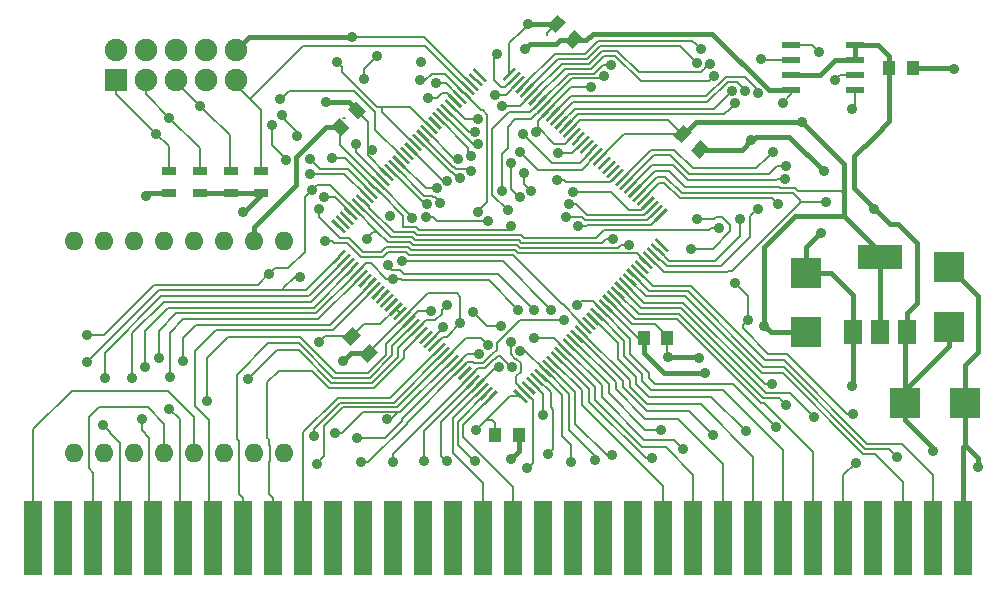
<source format=gtl>
G04 #@! TF.FileFunction,Copper,L1,Top,Signal*
%FSLAX46Y46*%
G04 Gerber Fmt 4.6, Leading zero omitted, Abs format (unit mm)*
G04 Created by KiCad (PCBNEW (after 2015-may-25 BZR unknown)-product) date 17/09/2017 09:43:34*
%MOMM*%
G01*
G04 APERTURE LIST*
%ADD10C,0.100000*%
%ADD11R,2.550160X2.499360*%
%ADD12O,1.600000X1.600000*%
%ADD13R,1.300000X0.700000*%
%ADD14R,3.800000X2.000000*%
%ADD15R,1.500000X2.000000*%
%ADD16R,1.000000X1.250000*%
%ADD17R,1.900000X1.900000*%
%ADD18C,1.900000*%
%ADD19R,1.600200X6.299200*%
%ADD20R,2.499360X2.550160*%
%ADD21R,1.550000X0.600000*%
%ADD22C,0.889000*%
%ADD23C,0.210000*%
%ADD24C,0.410000*%
%ADD25C,0.400000*%
%ADD26C,0.250000*%
G04 APERTURE END LIST*
D10*
D11*
X242250240Y-152750000D03*
X247299760Y-152750000D03*
D12*
X189678600Y-156950600D03*
X187138600Y-156950600D03*
X184598600Y-156950600D03*
X182058600Y-156950600D03*
X179518600Y-156950600D03*
X176978600Y-156950600D03*
X174438600Y-156950600D03*
X171898600Y-156950600D03*
X171898600Y-138950600D03*
X174438600Y-138950600D03*
X176978600Y-138950600D03*
X179518600Y-138950600D03*
X182058600Y-138950600D03*
X184598600Y-138950600D03*
X187138600Y-138950600D03*
X189678600Y-138950600D03*
D13*
X179890000Y-133040000D03*
X179890000Y-134940000D03*
X182560000Y-133040000D03*
X182560000Y-134940000D03*
X185160000Y-133040000D03*
X185160000Y-134940000D03*
D10*
G36*
X214992924Y-121829231D02*
X214156511Y-122758162D01*
X213413366Y-122089031D01*
X214249779Y-121160100D01*
X214992924Y-121829231D01*
X214992924Y-121829231D01*
G37*
G36*
X213506635Y-120490969D02*
X212670222Y-121419900D01*
X211927077Y-120750769D01*
X212763490Y-119821838D01*
X213506635Y-120490969D01*
X213506635Y-120490969D01*
G37*
G36*
X225672102Y-131102395D02*
X224852028Y-132045782D01*
X224097318Y-131389723D01*
X224917392Y-130446336D01*
X225672102Y-131102395D01*
X225672102Y-131102395D01*
G37*
G36*
X224162683Y-129790276D02*
X223342609Y-130733663D01*
X222587899Y-130077604D01*
X223407973Y-129134217D01*
X224162683Y-129790276D01*
X224162683Y-129790276D01*
G37*
G36*
X197592602Y-148398719D02*
X196708719Y-149282602D01*
X196001612Y-148575495D01*
X196885495Y-147691612D01*
X197592602Y-148398719D01*
X197592602Y-148398719D01*
G37*
G36*
X196178389Y-146984505D02*
X195294506Y-147868388D01*
X194587399Y-147161281D01*
X195471282Y-146277398D01*
X196178389Y-146984505D01*
X196178389Y-146984505D01*
G37*
D14*
X240140000Y-140380000D03*
D15*
X240140000Y-146680000D03*
X242440000Y-146680000D03*
X237840000Y-146680000D03*
D10*
G36*
X205586223Y-124552542D02*
X205756722Y-124369704D01*
X206817185Y-125358602D01*
X206646686Y-125541440D01*
X205586223Y-124552542D01*
X205586223Y-124552542D01*
G37*
G36*
X205245224Y-124918219D02*
X205415723Y-124735381D01*
X206476186Y-125724279D01*
X206305687Y-125907117D01*
X205245224Y-124918219D01*
X205245224Y-124918219D01*
G37*
G36*
X204904225Y-125283896D02*
X205074724Y-125101058D01*
X206135187Y-126089956D01*
X205964688Y-126272794D01*
X204904225Y-125283896D01*
X204904225Y-125283896D01*
G37*
G36*
X204563226Y-125649573D02*
X204733725Y-125466735D01*
X205794188Y-126455633D01*
X205623689Y-126638471D01*
X204563226Y-125649573D01*
X204563226Y-125649573D01*
G37*
G36*
X204222226Y-126015250D02*
X204392725Y-125832412D01*
X205453188Y-126821310D01*
X205282689Y-127004148D01*
X204222226Y-126015250D01*
X204222226Y-126015250D01*
G37*
G36*
X203881227Y-126380927D02*
X204051726Y-126198089D01*
X205112189Y-127186987D01*
X204941690Y-127369825D01*
X203881227Y-126380927D01*
X203881227Y-126380927D01*
G37*
G36*
X203540228Y-126746604D02*
X203710727Y-126563766D01*
X204771190Y-127552664D01*
X204600691Y-127735502D01*
X203540228Y-126746604D01*
X203540228Y-126746604D01*
G37*
G36*
X203199229Y-127112280D02*
X203369728Y-126929442D01*
X204430191Y-127918340D01*
X204259692Y-128101178D01*
X203199229Y-127112280D01*
X203199229Y-127112280D01*
G37*
G36*
X202858230Y-127477957D02*
X203028729Y-127295119D01*
X204089192Y-128284017D01*
X203918693Y-128466855D01*
X202858230Y-127477957D01*
X202858230Y-127477957D01*
G37*
G36*
X202517230Y-127843634D02*
X202687729Y-127660796D01*
X203748192Y-128649694D01*
X203577693Y-128832532D01*
X202517230Y-127843634D01*
X202517230Y-127843634D01*
G37*
G36*
X202176231Y-128209311D02*
X202346730Y-128026473D01*
X203407193Y-129015371D01*
X203236694Y-129198209D01*
X202176231Y-128209311D01*
X202176231Y-128209311D01*
G37*
G36*
X201835232Y-128574988D02*
X202005731Y-128392150D01*
X203066194Y-129381048D01*
X202895695Y-129563886D01*
X201835232Y-128574988D01*
X201835232Y-128574988D01*
G37*
G36*
X201494233Y-128940665D02*
X201664732Y-128757827D01*
X202725195Y-129746725D01*
X202554696Y-129929563D01*
X201494233Y-128940665D01*
X201494233Y-128940665D01*
G37*
G36*
X201153234Y-129306341D02*
X201323733Y-129123503D01*
X202384196Y-130112401D01*
X202213697Y-130295239D01*
X201153234Y-129306341D01*
X201153234Y-129306341D01*
G37*
G36*
X200812235Y-129672018D02*
X200982734Y-129489180D01*
X202043197Y-130478078D01*
X201872698Y-130660916D01*
X200812235Y-129672018D01*
X200812235Y-129672018D01*
G37*
G36*
X200471235Y-130037695D02*
X200641734Y-129854857D01*
X201702197Y-130843755D01*
X201531698Y-131026593D01*
X200471235Y-130037695D01*
X200471235Y-130037695D01*
G37*
G36*
X200130236Y-130403372D02*
X200300735Y-130220534D01*
X201361198Y-131209432D01*
X201190699Y-131392270D01*
X200130236Y-130403372D01*
X200130236Y-130403372D01*
G37*
G36*
X199789237Y-130769049D02*
X199959736Y-130586211D01*
X201020199Y-131575109D01*
X200849700Y-131757947D01*
X199789237Y-130769049D01*
X199789237Y-130769049D01*
G37*
G36*
X199448238Y-131134726D02*
X199618737Y-130951888D01*
X200679200Y-131940786D01*
X200508701Y-132123624D01*
X199448238Y-131134726D01*
X199448238Y-131134726D01*
G37*
G36*
X199107239Y-131500403D02*
X199277738Y-131317565D01*
X200338201Y-132306463D01*
X200167702Y-132489301D01*
X199107239Y-131500403D01*
X199107239Y-131500403D01*
G37*
G36*
X198766239Y-131866079D02*
X198936738Y-131683241D01*
X199997201Y-132672139D01*
X199826702Y-132854977D01*
X198766239Y-131866079D01*
X198766239Y-131866079D01*
G37*
G36*
X198425240Y-132231756D02*
X198595739Y-132048918D01*
X199656202Y-133037816D01*
X199485703Y-133220654D01*
X198425240Y-132231756D01*
X198425240Y-132231756D01*
G37*
G36*
X198084241Y-132597433D02*
X198254740Y-132414595D01*
X199315203Y-133403493D01*
X199144704Y-133586331D01*
X198084241Y-132597433D01*
X198084241Y-132597433D01*
G37*
G36*
X197743242Y-132963110D02*
X197913741Y-132780272D01*
X198974204Y-133769170D01*
X198803705Y-133952008D01*
X197743242Y-132963110D01*
X197743242Y-132963110D01*
G37*
G36*
X197402243Y-133328787D02*
X197572742Y-133145949D01*
X198633205Y-134134847D01*
X198462706Y-134317685D01*
X197402243Y-133328787D01*
X197402243Y-133328787D01*
G37*
G36*
X197061244Y-133694464D02*
X197231743Y-133511626D01*
X198292206Y-134500524D01*
X198121707Y-134683362D01*
X197061244Y-133694464D01*
X197061244Y-133694464D01*
G37*
G36*
X196720244Y-134060141D02*
X196890743Y-133877303D01*
X197951206Y-134866201D01*
X197780707Y-135049039D01*
X196720244Y-134060141D01*
X196720244Y-134060141D01*
G37*
G36*
X196379245Y-134425817D02*
X196549744Y-134242979D01*
X197610207Y-135231877D01*
X197439708Y-135414715D01*
X196379245Y-134425817D01*
X196379245Y-134425817D01*
G37*
G36*
X196038246Y-134791494D02*
X196208745Y-134608656D01*
X197269208Y-135597554D01*
X197098709Y-135780392D01*
X196038246Y-134791494D01*
X196038246Y-134791494D01*
G37*
G36*
X195697247Y-135157171D02*
X195867746Y-134974333D01*
X196928209Y-135963231D01*
X196757710Y-136146069D01*
X195697247Y-135157171D01*
X195697247Y-135157171D01*
G37*
G36*
X195356248Y-135522848D02*
X195526747Y-135340010D01*
X196587210Y-136328908D01*
X196416711Y-136511746D01*
X195356248Y-135522848D01*
X195356248Y-135522848D01*
G37*
G36*
X195015249Y-135888525D02*
X195185748Y-135705687D01*
X196246211Y-136694585D01*
X196075712Y-136877423D01*
X195015249Y-135888525D01*
X195015249Y-135888525D01*
G37*
G36*
X194674249Y-136254202D02*
X194844748Y-136071364D01*
X195905211Y-137060262D01*
X195734712Y-137243100D01*
X194674249Y-136254202D01*
X194674249Y-136254202D01*
G37*
G36*
X194333250Y-136619878D02*
X194503749Y-136437040D01*
X195564212Y-137425938D01*
X195393713Y-137608776D01*
X194333250Y-136619878D01*
X194333250Y-136619878D01*
G37*
G36*
X193992251Y-136985555D02*
X194162750Y-136802717D01*
X195223213Y-137791615D01*
X195052714Y-137974453D01*
X193992251Y-136985555D01*
X193992251Y-136985555D01*
G37*
G36*
X193651252Y-137351232D02*
X193821751Y-137168394D01*
X194882214Y-138157292D01*
X194711715Y-138340130D01*
X193651252Y-137351232D01*
X193651252Y-137351232D01*
G37*
G36*
X193952542Y-140913777D02*
X193769704Y-140743278D01*
X194758602Y-139682815D01*
X194941440Y-139853314D01*
X193952542Y-140913777D01*
X193952542Y-140913777D01*
G37*
G36*
X194318219Y-141254776D02*
X194135381Y-141084277D01*
X195124279Y-140023814D01*
X195307117Y-140194313D01*
X194318219Y-141254776D01*
X194318219Y-141254776D01*
G37*
G36*
X194683896Y-141595775D02*
X194501058Y-141425276D01*
X195489956Y-140364813D01*
X195672794Y-140535312D01*
X194683896Y-141595775D01*
X194683896Y-141595775D01*
G37*
G36*
X195049573Y-141936774D02*
X194866735Y-141766275D01*
X195855633Y-140705812D01*
X196038471Y-140876311D01*
X195049573Y-141936774D01*
X195049573Y-141936774D01*
G37*
G36*
X195415250Y-142277774D02*
X195232412Y-142107275D01*
X196221310Y-141046812D01*
X196404148Y-141217311D01*
X195415250Y-142277774D01*
X195415250Y-142277774D01*
G37*
G36*
X195780927Y-142618773D02*
X195598089Y-142448274D01*
X196586987Y-141387811D01*
X196769825Y-141558310D01*
X195780927Y-142618773D01*
X195780927Y-142618773D01*
G37*
G36*
X196146604Y-142959772D02*
X195963766Y-142789273D01*
X196952664Y-141728810D01*
X197135502Y-141899309D01*
X196146604Y-142959772D01*
X196146604Y-142959772D01*
G37*
G36*
X196512280Y-143300771D02*
X196329442Y-143130272D01*
X197318340Y-142069809D01*
X197501178Y-142240308D01*
X196512280Y-143300771D01*
X196512280Y-143300771D01*
G37*
G36*
X196877957Y-143641770D02*
X196695119Y-143471271D01*
X197684017Y-142410808D01*
X197866855Y-142581307D01*
X196877957Y-143641770D01*
X196877957Y-143641770D01*
G37*
G36*
X197243634Y-143982770D02*
X197060796Y-143812271D01*
X198049694Y-142751808D01*
X198232532Y-142922307D01*
X197243634Y-143982770D01*
X197243634Y-143982770D01*
G37*
G36*
X197609311Y-144323769D02*
X197426473Y-144153270D01*
X198415371Y-143092807D01*
X198598209Y-143263306D01*
X197609311Y-144323769D01*
X197609311Y-144323769D01*
G37*
G36*
X197974988Y-144664768D02*
X197792150Y-144494269D01*
X198781048Y-143433806D01*
X198963886Y-143604305D01*
X197974988Y-144664768D01*
X197974988Y-144664768D01*
G37*
G36*
X198340665Y-145005767D02*
X198157827Y-144835268D01*
X199146725Y-143774805D01*
X199329563Y-143945304D01*
X198340665Y-145005767D01*
X198340665Y-145005767D01*
G37*
G36*
X198706341Y-145346766D02*
X198523503Y-145176267D01*
X199512401Y-144115804D01*
X199695239Y-144286303D01*
X198706341Y-145346766D01*
X198706341Y-145346766D01*
G37*
G36*
X199072018Y-145687765D02*
X198889180Y-145517266D01*
X199878078Y-144456803D01*
X200060916Y-144627302D01*
X199072018Y-145687765D01*
X199072018Y-145687765D01*
G37*
G36*
X199437695Y-146028765D02*
X199254857Y-145858266D01*
X200243755Y-144797803D01*
X200426593Y-144968302D01*
X199437695Y-146028765D01*
X199437695Y-146028765D01*
G37*
G36*
X199803372Y-146369764D02*
X199620534Y-146199265D01*
X200609432Y-145138802D01*
X200792270Y-145309301D01*
X199803372Y-146369764D01*
X199803372Y-146369764D01*
G37*
G36*
X200169049Y-146710763D02*
X199986211Y-146540264D01*
X200975109Y-145479801D01*
X201157947Y-145650300D01*
X200169049Y-146710763D01*
X200169049Y-146710763D01*
G37*
G36*
X200534726Y-147051762D02*
X200351888Y-146881263D01*
X201340786Y-145820800D01*
X201523624Y-145991299D01*
X200534726Y-147051762D01*
X200534726Y-147051762D01*
G37*
G36*
X200900403Y-147392761D02*
X200717565Y-147222262D01*
X201706463Y-146161799D01*
X201889301Y-146332298D01*
X200900403Y-147392761D01*
X200900403Y-147392761D01*
G37*
G36*
X201266079Y-147733761D02*
X201083241Y-147563262D01*
X202072139Y-146502799D01*
X202254977Y-146673298D01*
X201266079Y-147733761D01*
X201266079Y-147733761D01*
G37*
G36*
X201631756Y-148074760D02*
X201448918Y-147904261D01*
X202437816Y-146843798D01*
X202620654Y-147014297D01*
X201631756Y-148074760D01*
X201631756Y-148074760D01*
G37*
G36*
X201997433Y-148415759D02*
X201814595Y-148245260D01*
X202803493Y-147184797D01*
X202986331Y-147355296D01*
X201997433Y-148415759D01*
X201997433Y-148415759D01*
G37*
G36*
X202363110Y-148756758D02*
X202180272Y-148586259D01*
X203169170Y-147525796D01*
X203352008Y-147696295D01*
X202363110Y-148756758D01*
X202363110Y-148756758D01*
G37*
G36*
X202728787Y-149097757D02*
X202545949Y-148927258D01*
X203534847Y-147866795D01*
X203717685Y-148037294D01*
X202728787Y-149097757D01*
X202728787Y-149097757D01*
G37*
G36*
X203094464Y-149438756D02*
X202911626Y-149268257D01*
X203900524Y-148207794D01*
X204083362Y-148378293D01*
X203094464Y-149438756D01*
X203094464Y-149438756D01*
G37*
G36*
X203460141Y-149779756D02*
X203277303Y-149609257D01*
X204266201Y-148548794D01*
X204449039Y-148719293D01*
X203460141Y-149779756D01*
X203460141Y-149779756D01*
G37*
G36*
X203825817Y-150120755D02*
X203642979Y-149950256D01*
X204631877Y-148889793D01*
X204814715Y-149060292D01*
X203825817Y-150120755D01*
X203825817Y-150120755D01*
G37*
G36*
X204191494Y-150461754D02*
X204008656Y-150291255D01*
X204997554Y-149230792D01*
X205180392Y-149401291D01*
X204191494Y-150461754D01*
X204191494Y-150461754D01*
G37*
G36*
X204557171Y-150802753D02*
X204374333Y-150632254D01*
X205363231Y-149571791D01*
X205546069Y-149742290D01*
X204557171Y-150802753D01*
X204557171Y-150802753D01*
G37*
G36*
X204922848Y-151143752D02*
X204740010Y-150973253D01*
X205728908Y-149912790D01*
X205911746Y-150083289D01*
X204922848Y-151143752D01*
X204922848Y-151143752D01*
G37*
G36*
X205288525Y-151484751D02*
X205105687Y-151314252D01*
X206094585Y-150253789D01*
X206277423Y-150424288D01*
X205288525Y-151484751D01*
X205288525Y-151484751D01*
G37*
G36*
X205654202Y-151825751D02*
X205471364Y-151655252D01*
X206460262Y-150594789D01*
X206643100Y-150765288D01*
X205654202Y-151825751D01*
X205654202Y-151825751D01*
G37*
G36*
X206019878Y-152166750D02*
X205837040Y-151996251D01*
X206825938Y-150935788D01*
X207008776Y-151106287D01*
X206019878Y-152166750D01*
X206019878Y-152166750D01*
G37*
G36*
X206385555Y-152507749D02*
X206202717Y-152337250D01*
X207191615Y-151276787D01*
X207374453Y-151447286D01*
X206385555Y-152507749D01*
X206385555Y-152507749D01*
G37*
G36*
X206751232Y-152848748D02*
X206568394Y-152678249D01*
X207557292Y-151617786D01*
X207740130Y-151788285D01*
X206751232Y-152848748D01*
X206751232Y-152848748D01*
G37*
G36*
X209082815Y-151741398D02*
X209253314Y-151558560D01*
X210313777Y-152547458D01*
X210143278Y-152730296D01*
X209082815Y-151741398D01*
X209082815Y-151741398D01*
G37*
G36*
X209423814Y-151375721D02*
X209594313Y-151192883D01*
X210654776Y-152181781D01*
X210484277Y-152364619D01*
X209423814Y-151375721D01*
X209423814Y-151375721D01*
G37*
G36*
X209764813Y-151010044D02*
X209935312Y-150827206D01*
X210995775Y-151816104D01*
X210825276Y-151998942D01*
X209764813Y-151010044D01*
X209764813Y-151010044D01*
G37*
G36*
X210105812Y-150644367D02*
X210276311Y-150461529D01*
X211336774Y-151450427D01*
X211166275Y-151633265D01*
X210105812Y-150644367D01*
X210105812Y-150644367D01*
G37*
G36*
X210446812Y-150278690D02*
X210617311Y-150095852D01*
X211677774Y-151084750D01*
X211507275Y-151267588D01*
X210446812Y-150278690D01*
X210446812Y-150278690D01*
G37*
G36*
X210787811Y-149913013D02*
X210958310Y-149730175D01*
X212018773Y-150719073D01*
X211848274Y-150901911D01*
X210787811Y-149913013D01*
X210787811Y-149913013D01*
G37*
G36*
X211128810Y-149547336D02*
X211299309Y-149364498D01*
X212359772Y-150353396D01*
X212189273Y-150536234D01*
X211128810Y-149547336D01*
X211128810Y-149547336D01*
G37*
G36*
X211469809Y-149181660D02*
X211640308Y-148998822D01*
X212700771Y-149987720D01*
X212530272Y-150170558D01*
X211469809Y-149181660D01*
X211469809Y-149181660D01*
G37*
G36*
X211810808Y-148815983D02*
X211981307Y-148633145D01*
X213041770Y-149622043D01*
X212871271Y-149804881D01*
X211810808Y-148815983D01*
X211810808Y-148815983D01*
G37*
G36*
X212151808Y-148450306D02*
X212322307Y-148267468D01*
X213382770Y-149256366D01*
X213212271Y-149439204D01*
X212151808Y-148450306D01*
X212151808Y-148450306D01*
G37*
G36*
X212492807Y-148084629D02*
X212663306Y-147901791D01*
X213723769Y-148890689D01*
X213553270Y-149073527D01*
X212492807Y-148084629D01*
X212492807Y-148084629D01*
G37*
G36*
X212833806Y-147718952D02*
X213004305Y-147536114D01*
X214064768Y-148525012D01*
X213894269Y-148707850D01*
X212833806Y-147718952D01*
X212833806Y-147718952D01*
G37*
G36*
X213174805Y-147353275D02*
X213345304Y-147170437D01*
X214405767Y-148159335D01*
X214235268Y-148342173D01*
X213174805Y-147353275D01*
X213174805Y-147353275D01*
G37*
G36*
X213515804Y-146987599D02*
X213686303Y-146804761D01*
X214746766Y-147793659D01*
X214576267Y-147976497D01*
X213515804Y-146987599D01*
X213515804Y-146987599D01*
G37*
G36*
X213856803Y-146621922D02*
X214027302Y-146439084D01*
X215087765Y-147427982D01*
X214917266Y-147610820D01*
X213856803Y-146621922D01*
X213856803Y-146621922D01*
G37*
G36*
X214197803Y-146256245D02*
X214368302Y-146073407D01*
X215428765Y-147062305D01*
X215258266Y-147245143D01*
X214197803Y-146256245D01*
X214197803Y-146256245D01*
G37*
G36*
X214538802Y-145890568D02*
X214709301Y-145707730D01*
X215769764Y-146696628D01*
X215599265Y-146879466D01*
X214538802Y-145890568D01*
X214538802Y-145890568D01*
G37*
G36*
X214879801Y-145524891D02*
X215050300Y-145342053D01*
X216110763Y-146330951D01*
X215940264Y-146513789D01*
X214879801Y-145524891D01*
X214879801Y-145524891D01*
G37*
G36*
X215220800Y-145159214D02*
X215391299Y-144976376D01*
X216451762Y-145965274D01*
X216281263Y-146148112D01*
X215220800Y-145159214D01*
X215220800Y-145159214D01*
G37*
G36*
X215561799Y-144793537D02*
X215732298Y-144610699D01*
X216792761Y-145599597D01*
X216622262Y-145782435D01*
X215561799Y-144793537D01*
X215561799Y-144793537D01*
G37*
G36*
X215902799Y-144427861D02*
X216073298Y-144245023D01*
X217133761Y-145233921D01*
X216963262Y-145416759D01*
X215902799Y-144427861D01*
X215902799Y-144427861D01*
G37*
G36*
X216243798Y-144062184D02*
X216414297Y-143879346D01*
X217474760Y-144868244D01*
X217304261Y-145051082D01*
X216243798Y-144062184D01*
X216243798Y-144062184D01*
G37*
G36*
X216584797Y-143696507D02*
X216755296Y-143513669D01*
X217815759Y-144502567D01*
X217645260Y-144685405D01*
X216584797Y-143696507D01*
X216584797Y-143696507D01*
G37*
G36*
X216925796Y-143330830D02*
X217096295Y-143147992D01*
X218156758Y-144136890D01*
X217986259Y-144319728D01*
X216925796Y-143330830D01*
X216925796Y-143330830D01*
G37*
G36*
X217266795Y-142965153D02*
X217437294Y-142782315D01*
X218497757Y-143771213D01*
X218327258Y-143954051D01*
X217266795Y-142965153D01*
X217266795Y-142965153D01*
G37*
G36*
X217607794Y-142599476D02*
X217778293Y-142416638D01*
X218838756Y-143405536D01*
X218668257Y-143588374D01*
X217607794Y-142599476D01*
X217607794Y-142599476D01*
G37*
G36*
X217948794Y-142233799D02*
X218119293Y-142050961D01*
X219179756Y-143039859D01*
X219009257Y-143222697D01*
X217948794Y-142233799D01*
X217948794Y-142233799D01*
G37*
G36*
X218289793Y-141868123D02*
X218460292Y-141685285D01*
X219520755Y-142674183D01*
X219350256Y-142857021D01*
X218289793Y-141868123D01*
X218289793Y-141868123D01*
G37*
G36*
X218630792Y-141502446D02*
X218801291Y-141319608D01*
X219861754Y-142308506D01*
X219691255Y-142491344D01*
X218630792Y-141502446D01*
X218630792Y-141502446D01*
G37*
G36*
X218971791Y-141136769D02*
X219142290Y-140953931D01*
X220202753Y-141942829D01*
X220032254Y-142125667D01*
X218971791Y-141136769D01*
X218971791Y-141136769D01*
G37*
G36*
X219312790Y-140771092D02*
X219483289Y-140588254D01*
X220543752Y-141577152D01*
X220373253Y-141759990D01*
X219312790Y-140771092D01*
X219312790Y-140771092D01*
G37*
G36*
X219653789Y-140405415D02*
X219824288Y-140222577D01*
X220884751Y-141211475D01*
X220714252Y-141394313D01*
X219653789Y-140405415D01*
X219653789Y-140405415D01*
G37*
G36*
X219994789Y-140039738D02*
X220165288Y-139856900D01*
X221225751Y-140845798D01*
X221055252Y-141028636D01*
X219994789Y-140039738D01*
X219994789Y-140039738D01*
G37*
G36*
X220335788Y-139674062D02*
X220506287Y-139491224D01*
X221566750Y-140480122D01*
X221396251Y-140662960D01*
X220335788Y-139674062D01*
X220335788Y-139674062D01*
G37*
G36*
X220676787Y-139308385D02*
X220847286Y-139125547D01*
X221907749Y-140114445D01*
X221737250Y-140297283D01*
X220676787Y-139308385D01*
X220676787Y-139308385D01*
G37*
G36*
X221017786Y-138942708D02*
X221188285Y-138759870D01*
X222248748Y-139748768D01*
X222078249Y-139931606D01*
X221017786Y-138942708D01*
X221017786Y-138942708D01*
G37*
G36*
X221141398Y-137417185D02*
X220958560Y-137246686D01*
X221947458Y-136186223D01*
X222130296Y-136356722D01*
X221141398Y-137417185D01*
X221141398Y-137417185D01*
G37*
G36*
X220775721Y-137076186D02*
X220592883Y-136905687D01*
X221581781Y-135845224D01*
X221764619Y-136015723D01*
X220775721Y-137076186D01*
X220775721Y-137076186D01*
G37*
G36*
X220410044Y-136735187D02*
X220227206Y-136564688D01*
X221216104Y-135504225D01*
X221398942Y-135674724D01*
X220410044Y-136735187D01*
X220410044Y-136735187D01*
G37*
G36*
X220044367Y-136394188D02*
X219861529Y-136223689D01*
X220850427Y-135163226D01*
X221033265Y-135333725D01*
X220044367Y-136394188D01*
X220044367Y-136394188D01*
G37*
G36*
X219678690Y-136053188D02*
X219495852Y-135882689D01*
X220484750Y-134822226D01*
X220667588Y-134992725D01*
X219678690Y-136053188D01*
X219678690Y-136053188D01*
G37*
G36*
X219313013Y-135712189D02*
X219130175Y-135541690D01*
X220119073Y-134481227D01*
X220301911Y-134651726D01*
X219313013Y-135712189D01*
X219313013Y-135712189D01*
G37*
G36*
X218947336Y-135371190D02*
X218764498Y-135200691D01*
X219753396Y-134140228D01*
X219936234Y-134310727D01*
X218947336Y-135371190D01*
X218947336Y-135371190D01*
G37*
G36*
X218581660Y-135030191D02*
X218398822Y-134859692D01*
X219387720Y-133799229D01*
X219570558Y-133969728D01*
X218581660Y-135030191D01*
X218581660Y-135030191D01*
G37*
G36*
X218215983Y-134689192D02*
X218033145Y-134518693D01*
X219022043Y-133458230D01*
X219204881Y-133628729D01*
X218215983Y-134689192D01*
X218215983Y-134689192D01*
G37*
G36*
X217850306Y-134348192D02*
X217667468Y-134177693D01*
X218656366Y-133117230D01*
X218839204Y-133287729D01*
X217850306Y-134348192D01*
X217850306Y-134348192D01*
G37*
G36*
X217484629Y-134007193D02*
X217301791Y-133836694D01*
X218290689Y-132776231D01*
X218473527Y-132946730D01*
X217484629Y-134007193D01*
X217484629Y-134007193D01*
G37*
G36*
X217118952Y-133666194D02*
X216936114Y-133495695D01*
X217925012Y-132435232D01*
X218107850Y-132605731D01*
X217118952Y-133666194D01*
X217118952Y-133666194D01*
G37*
G36*
X216753275Y-133325195D02*
X216570437Y-133154696D01*
X217559335Y-132094233D01*
X217742173Y-132264732D01*
X216753275Y-133325195D01*
X216753275Y-133325195D01*
G37*
G36*
X216387599Y-132984196D02*
X216204761Y-132813697D01*
X217193659Y-131753234D01*
X217376497Y-131923733D01*
X216387599Y-132984196D01*
X216387599Y-132984196D01*
G37*
G36*
X216021922Y-132643197D02*
X215839084Y-132472698D01*
X216827982Y-131412235D01*
X217010820Y-131582734D01*
X216021922Y-132643197D01*
X216021922Y-132643197D01*
G37*
G36*
X215656245Y-132302197D02*
X215473407Y-132131698D01*
X216462305Y-131071235D01*
X216645143Y-131241734D01*
X215656245Y-132302197D01*
X215656245Y-132302197D01*
G37*
G36*
X215290568Y-131961198D02*
X215107730Y-131790699D01*
X216096628Y-130730236D01*
X216279466Y-130900735D01*
X215290568Y-131961198D01*
X215290568Y-131961198D01*
G37*
G36*
X214924891Y-131620199D02*
X214742053Y-131449700D01*
X215730951Y-130389237D01*
X215913789Y-130559736D01*
X214924891Y-131620199D01*
X214924891Y-131620199D01*
G37*
G36*
X214559214Y-131279200D02*
X214376376Y-131108701D01*
X215365274Y-130048238D01*
X215548112Y-130218737D01*
X214559214Y-131279200D01*
X214559214Y-131279200D01*
G37*
G36*
X214193537Y-130938201D02*
X214010699Y-130767702D01*
X214999597Y-129707239D01*
X215182435Y-129877738D01*
X214193537Y-130938201D01*
X214193537Y-130938201D01*
G37*
G36*
X213827861Y-130597201D02*
X213645023Y-130426702D01*
X214633921Y-129366239D01*
X214816759Y-129536738D01*
X213827861Y-130597201D01*
X213827861Y-130597201D01*
G37*
G36*
X213462184Y-130256202D02*
X213279346Y-130085703D01*
X214268244Y-129025240D01*
X214451082Y-129195739D01*
X213462184Y-130256202D01*
X213462184Y-130256202D01*
G37*
G36*
X213096507Y-129915203D02*
X212913669Y-129744704D01*
X213902567Y-128684241D01*
X214085405Y-128854740D01*
X213096507Y-129915203D01*
X213096507Y-129915203D01*
G37*
G36*
X212730830Y-129574204D02*
X212547992Y-129403705D01*
X213536890Y-128343242D01*
X213719728Y-128513741D01*
X212730830Y-129574204D01*
X212730830Y-129574204D01*
G37*
G36*
X212365153Y-129233205D02*
X212182315Y-129062706D01*
X213171213Y-128002243D01*
X213354051Y-128172742D01*
X212365153Y-129233205D01*
X212365153Y-129233205D01*
G37*
G36*
X211999476Y-128892206D02*
X211816638Y-128721707D01*
X212805536Y-127661244D01*
X212988374Y-127831743D01*
X211999476Y-128892206D01*
X211999476Y-128892206D01*
G37*
G36*
X211633799Y-128551206D02*
X211450961Y-128380707D01*
X212439859Y-127320244D01*
X212622697Y-127490743D01*
X211633799Y-128551206D01*
X211633799Y-128551206D01*
G37*
G36*
X211268123Y-128210207D02*
X211085285Y-128039708D01*
X212074183Y-126979245D01*
X212257021Y-127149744D01*
X211268123Y-128210207D01*
X211268123Y-128210207D01*
G37*
G36*
X210902446Y-127869208D02*
X210719608Y-127698709D01*
X211708506Y-126638246D01*
X211891344Y-126808745D01*
X210902446Y-127869208D01*
X210902446Y-127869208D01*
G37*
G36*
X210536769Y-127528209D02*
X210353931Y-127357710D01*
X211342829Y-126297247D01*
X211525667Y-126467746D01*
X210536769Y-127528209D01*
X210536769Y-127528209D01*
G37*
G36*
X210171092Y-127187210D02*
X209988254Y-127016711D01*
X210977152Y-125956248D01*
X211159990Y-126126747D01*
X210171092Y-127187210D01*
X210171092Y-127187210D01*
G37*
G36*
X209805415Y-126846211D02*
X209622577Y-126675712D01*
X210611475Y-125615249D01*
X210794313Y-125785748D01*
X209805415Y-126846211D01*
X209805415Y-126846211D01*
G37*
G36*
X209439738Y-126505211D02*
X209256900Y-126334712D01*
X210245798Y-125274249D01*
X210428636Y-125444748D01*
X209439738Y-126505211D01*
X209439738Y-126505211D01*
G37*
G36*
X209074062Y-126164212D02*
X208891224Y-125993713D01*
X209880122Y-124933250D01*
X210062960Y-125103749D01*
X209074062Y-126164212D01*
X209074062Y-126164212D01*
G37*
G36*
X208708385Y-125823213D02*
X208525547Y-125652714D01*
X209514445Y-124592251D01*
X209697283Y-124762750D01*
X208708385Y-125823213D01*
X208708385Y-125823213D01*
G37*
G36*
X208342708Y-125482214D02*
X208159870Y-125311715D01*
X209148768Y-124251252D01*
X209331606Y-124421751D01*
X208342708Y-125482214D01*
X208342708Y-125482214D01*
G37*
D16*
X209520000Y-155440000D03*
X207520000Y-155439999D03*
D17*
X175420000Y-125370000D03*
D18*
X175420000Y-122830000D03*
X177960000Y-125370000D03*
X177960000Y-122830000D03*
X180500000Y-125370000D03*
X180500000Y-122830000D03*
X183040000Y-125370000D03*
X183040000Y-122830000D03*
X185580000Y-125370000D03*
X185580000Y-122830000D03*
D19*
X168443180Y-164118580D03*
X170983180Y-164118580D03*
X173523180Y-164118580D03*
X176063180Y-164118580D03*
X178603180Y-164118580D03*
X181143180Y-164118580D03*
X183683180Y-164118580D03*
X186223180Y-164118580D03*
X188763180Y-164118580D03*
X191303180Y-164118580D03*
X193843180Y-164118580D03*
X196383180Y-164118580D03*
X198923180Y-164118580D03*
X201463180Y-164118580D03*
X204003180Y-164118580D03*
X206543180Y-164118580D03*
X209083180Y-164118580D03*
X211623180Y-164118580D03*
X214163180Y-164118580D03*
X216703180Y-164118580D03*
X219243180Y-164118580D03*
X221783180Y-164118580D03*
X224323180Y-164118580D03*
X226863180Y-164118580D03*
X229403180Y-164118580D03*
X231943180Y-164118580D03*
X234483180Y-164118580D03*
X237023180Y-164118580D03*
X239563180Y-164118580D03*
X242103180Y-164118580D03*
X244643180Y-164118580D03*
X247183180Y-164118580D03*
D10*
G36*
X195748719Y-127137398D02*
X196632602Y-128021281D01*
X195925495Y-128728388D01*
X195041612Y-127844505D01*
X195748719Y-127137398D01*
X195748719Y-127137398D01*
G37*
G36*
X194334505Y-128551612D02*
X195218388Y-129435495D01*
X194511281Y-130142602D01*
X193627398Y-129258719D01*
X194334505Y-128551612D01*
X194334505Y-128551612D01*
G37*
D16*
X220100000Y-147180000D03*
X222100000Y-147180000D03*
D20*
X233860000Y-146724760D03*
X233860000Y-141675240D03*
X245930000Y-146244760D03*
X245930000Y-141195240D03*
D16*
X242920000Y-124380000D03*
X240920000Y-124380000D03*
D13*
X187680000Y-133040000D03*
X187680000Y-134940000D03*
D21*
X232620000Y-122375000D03*
X232620000Y-123645000D03*
X232620000Y-124915000D03*
X232620000Y-126185000D03*
X238020000Y-126185000D03*
X238020000Y-124915000D03*
X238020000Y-123645000D03*
X238020000Y-122375000D03*
D22*
X210025000Y-122725000D03*
X235100000Y-138275000D03*
X221540000Y-154990000D03*
X225310000Y-150190000D03*
X208860000Y-157470000D03*
X212020000Y-157000000D03*
X194640000Y-149150000D03*
X194150014Y-123850000D03*
X195450000Y-121690480D03*
X215647463Y-125990480D03*
X237767061Y-151292939D03*
X246370000Y-124420000D03*
X209650000Y-131450000D03*
X235550000Y-135650000D03*
X235350000Y-133050000D03*
X229160000Y-130480000D03*
X210992138Y-129777254D03*
X198649223Y-136850777D03*
X193070472Y-135306781D03*
X178000000Y-135200000D03*
X200500018Y-137080497D03*
X195800000Y-155700000D03*
X231900000Y-127300000D03*
X204599990Y-145900000D03*
X206138216Y-148593110D03*
X248400000Y-158100000D03*
X222200000Y-148820000D03*
X211610000Y-153730000D03*
X205920000Y-154990000D03*
X192630000Y-147530000D03*
X197150000Y-131250000D03*
X193250000Y-127250000D03*
X210350000Y-120650000D03*
X233550000Y-128950000D03*
X186200000Y-136500000D03*
X203111153Y-146255252D03*
X224775000Y-148875000D03*
X230320000Y-146150000D03*
X239650000Y-136250000D03*
X244575000Y-156800000D03*
X196180000Y-157730000D03*
X213400000Y-145699984D03*
X186610000Y-150660000D03*
X212300000Y-144800000D03*
X199631566Y-140699568D03*
X203500002Y-144400000D03*
X173000000Y-149200000D03*
X191000000Y-142000000D03*
X210800000Y-144800000D03*
X198437062Y-141062938D03*
X179040000Y-148910000D03*
X209500000Y-144800000D03*
X198900000Y-142200000D03*
X183120000Y-152580000D03*
X202100000Y-144959520D03*
X205700000Y-145000000D03*
X208061194Y-146158873D03*
X192440000Y-157840000D03*
X206945758Y-147835606D03*
X198400000Y-154100000D03*
X193980000Y-155260000D03*
X198870000Y-157730000D03*
X208926181Y-149700362D03*
X203430000Y-157600000D03*
X207827177Y-149696321D03*
X210266854Y-158205238D03*
X208850997Y-147547902D03*
X215980000Y-157550000D03*
X209676329Y-148273610D03*
X223400000Y-156610000D03*
X210800374Y-147199626D03*
X231290000Y-154760000D03*
X214500000Y-144400000D03*
X230990000Y-151130000D03*
X234523954Y-153886046D03*
X228780000Y-155120000D03*
X220800000Y-157400000D03*
X213980000Y-157690000D03*
X176800000Y-150610000D03*
X181110000Y-149150000D03*
X177870000Y-149670000D03*
X177610000Y-154050000D03*
X174330000Y-154610000D03*
X174470000Y-150630000D03*
X192160000Y-155460000D03*
X224950000Y-122750000D03*
X224596536Y-123890492D03*
X225691924Y-123979674D03*
X208129006Y-127522422D03*
X226067949Y-125012356D03*
X217350000Y-124050000D03*
X208600000Y-136400000D03*
X216750000Y-125050000D03*
X208100000Y-134800000D03*
X229750310Y-126498254D03*
X208900000Y-132400000D03*
X209600000Y-135300000D03*
X228710903Y-126250717D03*
X210000000Y-133200000D03*
X210558164Y-134761716D03*
X227590383Y-126282093D03*
X227850000Y-127350000D03*
X212749998Y-133850000D03*
X231050000Y-131450000D03*
X232125335Y-132648735D03*
X232050000Y-133750000D03*
X231450000Y-135850000D03*
X214118685Y-134821064D03*
X213746856Y-135855264D03*
X213550000Y-136950000D03*
X214582132Y-137732193D03*
X229750000Y-136250000D03*
X228250000Y-137150000D03*
X191890000Y-133300000D03*
X191850000Y-132010000D03*
X193740000Y-131930000D03*
X208900000Y-137760436D03*
X195750000Y-130750000D03*
X201800000Y-135900000D03*
X202886503Y-135734653D03*
X202613012Y-134527505D03*
X203499648Y-133878117D03*
X204578875Y-133670518D03*
X205525000Y-133050000D03*
X204405860Y-132013669D03*
X205504782Y-131760518D03*
X206057406Y-130810553D03*
X205855722Y-129730205D03*
X206109127Y-128660806D03*
X201826296Y-126877091D03*
X202550000Y-125650000D03*
X201188170Y-125391568D03*
X206100000Y-136500000D03*
X207650000Y-123150000D03*
X196450000Y-125250000D03*
X197550000Y-123350000D03*
X201250000Y-123850000D03*
X207500000Y-126600000D03*
X224650000Y-137150000D03*
X212850000Y-131550000D03*
X224150000Y-139650000D03*
X238050000Y-157750000D03*
X237850000Y-153650000D03*
X228950000Y-145650000D03*
X227850000Y-142550000D03*
X189350000Y-126950000D03*
X182550000Y-127550000D03*
X193100000Y-139000000D03*
X188600000Y-129200000D03*
X178800000Y-129900000D03*
X189859520Y-132100000D03*
X192600000Y-136300000D03*
X189500000Y-128300000D03*
X179950000Y-128550000D03*
X190800000Y-130100000D03*
X201490000Y-157600000D03*
X205804297Y-157652482D03*
X179950000Y-153210000D03*
X179970000Y-150510000D03*
X217410000Y-157140000D03*
X225980000Y-155400000D03*
X232190000Y-152880000D03*
X241540000Y-157280000D03*
X236300000Y-125400000D03*
X217550002Y-138807762D03*
X230050000Y-123550000D03*
X209899996Y-129900000D03*
X234950000Y-122950000D03*
X226450000Y-137909510D03*
X172990000Y-146960000D03*
X237750000Y-127850000D03*
X218850000Y-139290490D03*
X201664194Y-136990578D03*
X196700000Y-138800000D03*
X188420000Y-141765000D03*
X192000000Y-134700000D03*
X206900000Y-137340425D03*
D23*
X194642893Y-128607107D02*
X194849690Y-128607107D01*
X202400463Y-147800278D02*
X202400463Y-147789537D01*
X202400463Y-147789537D02*
X203110000Y-147080000D01*
X203110000Y-147080000D02*
X203419990Y-147080000D01*
X203419990Y-147080000D02*
X204599990Y-145900000D01*
D24*
X195450000Y-121690480D02*
X186719520Y-121690480D01*
X214203145Y-121959131D02*
X213053365Y-121959131D01*
X210450000Y-122300000D02*
X210025000Y-122725000D01*
X212712496Y-122300000D02*
X210450000Y-122300000D01*
X213053365Y-121959131D02*
X212712496Y-122300000D01*
D25*
X234655501Y-138719499D02*
X235100000Y-138275000D01*
X233860000Y-141675240D02*
X233860000Y-139515000D01*
X233860000Y-139515000D02*
X234655501Y-138719499D01*
D23*
X196797107Y-148442893D02*
X196797107Y-148487107D01*
X199826716Y-145413284D02*
X196797107Y-148442893D01*
X199840725Y-145413284D02*
X199826716Y-145413284D01*
X211062293Y-150681720D02*
X211121720Y-150681720D01*
X211062293Y-150681720D02*
X211111720Y-150681720D01*
X220260000Y-154990000D02*
X221540000Y-154990000D01*
X217170000Y-151900000D02*
X220260000Y-154990000D01*
X217170000Y-151090000D02*
X217170000Y-151900000D01*
X213836305Y-147756305D02*
X217170000Y-151090000D01*
X213790286Y-147756305D02*
X213836305Y-147756305D01*
X219620000Y-147180000D02*
X220100000Y-147180000D01*
X216905214Y-144465214D02*
X219620000Y-147180000D01*
X216859279Y-144465214D02*
X216905214Y-144465214D01*
D25*
X237840000Y-143570000D02*
X237840000Y-146680000D01*
X235945240Y-141675240D02*
X237840000Y-143570000D01*
X233860000Y-141675240D02*
X235945240Y-141675240D01*
X238100000Y-146940000D02*
X237840000Y-146680000D01*
X220100000Y-148470000D02*
X221820000Y-150190000D01*
X221820000Y-150190000D02*
X225310000Y-150190000D01*
X220100000Y-148470000D02*
X220100000Y-147180000D01*
X209520000Y-156810000D02*
X208860000Y-157470000D01*
X209520000Y-155440000D02*
X209520000Y-156810000D01*
D23*
X212230000Y-151810000D02*
X212230000Y-153080000D01*
X212230000Y-153080000D02*
X212430000Y-153280000D01*
X212430000Y-153280000D02*
X212430000Y-156590000D01*
X212430000Y-156590000D02*
X212020000Y-157000000D01*
X211101720Y-150681720D02*
X212230000Y-151810000D01*
X211062293Y-150681720D02*
X211101720Y-150681720D01*
D25*
X196797107Y-148487107D02*
X196302893Y-148487107D01*
X195302893Y-148487107D02*
X196797107Y-148487107D01*
X195302893Y-148487107D02*
X194640000Y-149150000D01*
X232620000Y-126185000D02*
X230925000Y-126185000D01*
X215250869Y-121959131D02*
X215780000Y-121430000D01*
X215780000Y-121430000D02*
X216050000Y-121430000D01*
X214203145Y-121959131D02*
X215250869Y-121959131D01*
D23*
X194422893Y-130872893D02*
X194422893Y-129347107D01*
X197647494Y-134097494D02*
X194422893Y-130872893D01*
X197676725Y-134097494D02*
X197647494Y-134097494D01*
X200745717Y-130806402D02*
X200706402Y-130806402D01*
X197950000Y-128050000D02*
X200706402Y-130806402D01*
X197950000Y-128050000D02*
X197950000Y-127650000D01*
X200350000Y-127650000D02*
X197950000Y-127650000D01*
X202043695Y-129343695D02*
X200350000Y-127650000D01*
X202109714Y-129343695D02*
X202043695Y-129343695D01*
X194594513Y-124294499D02*
X194150014Y-123850000D01*
X197550000Y-127650000D02*
X194594513Y-124694513D01*
X197950000Y-127650000D02*
X197550000Y-127650000D01*
X194594513Y-124694513D02*
X194594513Y-124294499D01*
X201523260Y-121690480D02*
X196078617Y-121690480D01*
X196078617Y-121690480D02*
X195450000Y-121690480D01*
X205519706Y-125686926D02*
X201523260Y-121690480D01*
X212036829Y-127935725D02*
X213982074Y-125990480D01*
X213982074Y-125990480D02*
X215018846Y-125990480D01*
X215018846Y-125990480D02*
X215647463Y-125990480D01*
X213462611Y-130750000D02*
X214230891Y-129981720D01*
X212550000Y-130750000D02*
X213462611Y-130750000D01*
X211150000Y-129350000D02*
X212550000Y-130750000D01*
X211150000Y-128850000D02*
X211150000Y-129350000D01*
X212036829Y-127963171D02*
X211150000Y-128850000D01*
X212036829Y-127935725D02*
X212036829Y-127963171D01*
D25*
X237840000Y-146680000D02*
X237840000Y-151220000D01*
X237840000Y-151220000D02*
X237767061Y-151292939D01*
X242920000Y-124380000D02*
X246330000Y-124380000D01*
X246370000Y-124420000D02*
X246330000Y-124380000D01*
X216050000Y-121430000D02*
X225905882Y-121430000D01*
X225905882Y-121430000D02*
X230715000Y-126239118D01*
D23*
X223629998Y-134950000D02*
X223650000Y-134950000D01*
X223350000Y-134950000D02*
X223629998Y-134950000D01*
X221950000Y-133550000D02*
X223350000Y-134950000D01*
X221250000Y-133550000D02*
X221950000Y-133550000D01*
X219716043Y-135083957D02*
X221250000Y-133550000D01*
X219716043Y-135096708D02*
X219716043Y-135083957D01*
X211150000Y-132950000D02*
X209650000Y-131450000D01*
X214850000Y-132950000D02*
X211150000Y-132950000D01*
X216059275Y-131740725D02*
X214850000Y-132950000D01*
X216059275Y-131686716D02*
X216059275Y-131740725D01*
X223629998Y-134950000D02*
X232721383Y-134950000D01*
X232721383Y-134950000D02*
X233321383Y-135550000D01*
X233421383Y-135650000D02*
X234921383Y-135650000D01*
X233321383Y-135550000D02*
X233421383Y-135650000D01*
X234921383Y-135650000D02*
X235550000Y-135650000D01*
X220610270Y-140442768D02*
X221817502Y-141650000D01*
X233321383Y-135778617D02*
X233321383Y-135550000D01*
X227609501Y-141490499D02*
X233321383Y-135778617D01*
X221817502Y-141650000D02*
X227125938Y-141650000D01*
X227285439Y-141490499D02*
X227609501Y-141490499D01*
X227125938Y-141650000D02*
X227285439Y-141490499D01*
D24*
X229320000Y-130480000D02*
X229650000Y-130150000D01*
X229650000Y-130150000D02*
X232450000Y-130150000D01*
X232450000Y-130150000D02*
X235350000Y-133050000D01*
D25*
X224884710Y-131246059D02*
X228393941Y-131246059D01*
X229160000Y-130480000D02*
X228393941Y-131246059D01*
D24*
X229160000Y-130480000D02*
X229320000Y-130480000D01*
D23*
X211150000Y-129350000D02*
X210992138Y-129507862D01*
X210992138Y-129507862D02*
X210992138Y-129777254D01*
X204228847Y-149505274D02*
X205012938Y-148721183D01*
D24*
X186719520Y-121690480D02*
X185580000Y-122830000D01*
X175420000Y-122830000D02*
X175420000Y-122180000D01*
D23*
X193939279Y-135306781D02*
X193699089Y-135306781D01*
X193699089Y-135306781D02*
X193070472Y-135306781D01*
X195289730Y-136657232D02*
X193939279Y-135306781D01*
D24*
X178260000Y-134940000D02*
X178000000Y-135200000D01*
X179890000Y-134940000D02*
X178260000Y-134940000D01*
D23*
X197676725Y-134097494D02*
X200500018Y-136920787D01*
X200500018Y-136920787D02*
X200500018Y-137080497D01*
D25*
X193252893Y-129347107D02*
X193615786Y-129347107D01*
X193615786Y-129347107D02*
X194422893Y-129347107D01*
X187138600Y-138950600D02*
X187138600Y-137819230D01*
X187138600Y-137819230D02*
X190714021Y-134243809D01*
X190714021Y-134243809D02*
X190714021Y-131885979D01*
X190714021Y-131885979D02*
X193252893Y-129347107D01*
D23*
X199659501Y-154264561D02*
X198224062Y-155700000D01*
X204228847Y-149505274D02*
X199659501Y-154074620D01*
X196428617Y-155700000D02*
X195800000Y-155700000D01*
X199659501Y-154074620D02*
X199659501Y-154264561D01*
X198224062Y-155700000D02*
X196428617Y-155700000D01*
X232620000Y-126580000D02*
X231900000Y-127300000D01*
X232620000Y-126185000D02*
X232620000Y-126580000D01*
X201854009Y-143400000D02*
X204300000Y-143400000D01*
X204300000Y-143400000D02*
X204599990Y-143699990D01*
X204599990Y-143699990D02*
X204599990Y-145271383D01*
X199840725Y-145413284D02*
X201854009Y-143400000D01*
X204599990Y-145271383D02*
X204599990Y-145900000D01*
X205141011Y-148593110D02*
X205509599Y-148593110D01*
X204228847Y-149505274D02*
X205141011Y-148593110D01*
X205509599Y-148593110D02*
X206138216Y-148593110D01*
D24*
X248400000Y-157375000D02*
X247299760Y-156274760D01*
X247299760Y-156274760D02*
X247299760Y-152750000D01*
X248400000Y-158100000D02*
X248400000Y-157375000D01*
X247299760Y-149475240D02*
X248375000Y-148400000D01*
X248375000Y-148400000D02*
X248375000Y-143640240D01*
X248375000Y-143640240D02*
X245930000Y-141195240D01*
X247299760Y-152750000D02*
X247299760Y-149475240D01*
X247183180Y-156391340D02*
X247299760Y-156274760D01*
X247183180Y-164118580D02*
X247183180Y-156391340D01*
D26*
X199475048Y-145072284D02*
X199467716Y-145072284D01*
D23*
X199109371Y-144731285D02*
X199109371Y-144740629D01*
X199475048Y-145072284D02*
X199457716Y-145072284D01*
X199450370Y-145072284D02*
X199109371Y-144731285D01*
X199475048Y-145072284D02*
X199450370Y-145072284D01*
X196395787Y-146060000D02*
X195382894Y-147072893D01*
X197770000Y-146060000D02*
X196395787Y-146060000D01*
X199098715Y-144731285D02*
X197770000Y-146060000D01*
X199109371Y-144731285D02*
X199098715Y-144731285D01*
X217200278Y-144099537D02*
X219100751Y-146000010D01*
X219100751Y-146000010D02*
X221045010Y-146000010D01*
X221045010Y-146000010D02*
X222100000Y-147055000D01*
X222100000Y-147055000D02*
X222100000Y-147180000D01*
X222100000Y-148720000D02*
X222100000Y-147180000D01*
X222100000Y-148720000D02*
X222200000Y-148820000D01*
D25*
X230894760Y-146724760D02*
X230320000Y-146150000D01*
X233860000Y-146724760D02*
X230894760Y-146724760D01*
X240140000Y-146680000D02*
X240140000Y-140380000D01*
D23*
X211610000Y-151910000D02*
X211610000Y-153730000D01*
X210747397Y-151047397D02*
X211610000Y-151910000D01*
X210721293Y-151047397D02*
X210747397Y-151047397D01*
X208765572Y-152144428D02*
X206800000Y-154110000D01*
X209698296Y-152144428D02*
X208765572Y-152144428D01*
X207520000Y-154360000D02*
X207520000Y-155439999D01*
X207270000Y-154110000D02*
X207520000Y-154360000D01*
X206800000Y-154110000D02*
X207270000Y-154110000D01*
X205920000Y-154990000D02*
X206800000Y-154110000D01*
X193087107Y-147072893D02*
X195382894Y-147072893D01*
X193087107Y-147072893D02*
X193074499Y-147085501D01*
X193074499Y-147085501D02*
X192630000Y-147530000D01*
D25*
X240140000Y-139930000D02*
X237080000Y-136870000D01*
X240140000Y-140380000D02*
X240140000Y-139930000D01*
X223375291Y-129933940D02*
X223375291Y-129984709D01*
D23*
X196730000Y-131737417D02*
X198358723Y-133366140D01*
X196730000Y-131470000D02*
X196730000Y-131737417D01*
X196730000Y-128890000D02*
X196730000Y-131470000D01*
X195837107Y-127997107D02*
X196730000Y-128890000D01*
X195837107Y-127932893D02*
X195837107Y-127997107D01*
X196950000Y-131250000D02*
X196730000Y-131470000D01*
X197150000Y-131250000D02*
X196950000Y-131250000D01*
X211950000Y-121550000D02*
X211950000Y-121387725D01*
X211950000Y-121387725D02*
X212716856Y-120620869D01*
X208745738Y-124866733D02*
X208745738Y-124754262D01*
X213865214Y-129640721D02*
X213879281Y-129640721D01*
X223375291Y-129933940D02*
X223375291Y-129924709D01*
X216424952Y-132027716D02*
X216424952Y-131975048D01*
X216424952Y-131975048D02*
X218466060Y-129933940D01*
X218466060Y-129933940D02*
X223375291Y-129933940D01*
D25*
X195837107Y-127932893D02*
X195832893Y-127932893D01*
X195150000Y-127250000D02*
X193250000Y-127250000D01*
X195832893Y-127932893D02*
X195150000Y-127250000D01*
D23*
X208745738Y-122254262D02*
X209905501Y-121094499D01*
X209905501Y-121094499D02*
X210350000Y-120650000D01*
X208745738Y-124866733D02*
X208745738Y-122254262D01*
D25*
X212716856Y-120620869D02*
X210379131Y-120620869D01*
X210379131Y-120620869D02*
X210350000Y-120650000D01*
X224550000Y-128950000D02*
X233550000Y-128950000D01*
X233550000Y-128950000D02*
X237080000Y-132480000D01*
X237080000Y-135050000D02*
X237080000Y-136870000D01*
X237080000Y-132480000D02*
X237080000Y-135050000D01*
X223566060Y-129933940D02*
X224550000Y-128950000D01*
X223375291Y-129933940D02*
X223566060Y-129933940D01*
D23*
X222211353Y-128770002D02*
X223375291Y-129933940D01*
X213879281Y-129640721D02*
X214750000Y-128770002D01*
X214750000Y-128770002D02*
X222211353Y-128770002D01*
D25*
X230320000Y-139508334D02*
X230320000Y-145521383D01*
X232958334Y-136870000D02*
X230320000Y-139508334D01*
X237080000Y-136870000D02*
X232958334Y-136870000D01*
X230320000Y-145521383D02*
X230320000Y-146150000D01*
D23*
X222250000Y-133050000D02*
X223650000Y-134450000D01*
X231685439Y-134509501D02*
X232885439Y-134509501D01*
X223650000Y-134450000D02*
X231625938Y-134450000D01*
X221056075Y-133050000D02*
X222250000Y-133050000D01*
X233166436Y-134790498D02*
X236820498Y-134790498D01*
X232885439Y-134509501D02*
X233166436Y-134790498D01*
X231625938Y-134450000D02*
X231685439Y-134509501D01*
X219350366Y-134755709D02*
X221056075Y-133050000D01*
X236820498Y-134790498D02*
X237080000Y-135050000D01*
D24*
X187680000Y-135120000D02*
X187680000Y-134940000D01*
X186300000Y-136500000D02*
X187680000Y-135120000D01*
X186200000Y-136500000D02*
X186300000Y-136500000D01*
X182560000Y-134940000D02*
X185160000Y-134940000D01*
X185160000Y-134940000D02*
X187680000Y-134940000D01*
D23*
X202034786Y-147459279D02*
X203111153Y-146382912D01*
X203111153Y-146382912D02*
X203111153Y-146255252D01*
D24*
X222200000Y-148820000D02*
X224720000Y-148820000D01*
X224720000Y-148820000D02*
X224775000Y-148875000D01*
X234475000Y-124915000D02*
X235035000Y-124915000D01*
X236305000Y-123645000D02*
X238020000Y-123645000D01*
X235035000Y-124915000D02*
X236305000Y-123645000D01*
D25*
X242640360Y-146880360D02*
X242440000Y-146680000D01*
X242440000Y-145050000D02*
X243270000Y-144220000D01*
X243270000Y-144220000D02*
X243270000Y-139190000D01*
X243270000Y-139190000D02*
X241610000Y-137530000D01*
X241610000Y-137530000D02*
X240960000Y-137530000D01*
X239650000Y-136220000D02*
X237950000Y-134520000D01*
X240960000Y-137530000D02*
X239650000Y-136220000D01*
X237950000Y-134520000D02*
X237950000Y-131810000D01*
X239670000Y-130090000D02*
X240920000Y-128840000D01*
X237950000Y-131810000D02*
X239670000Y-130090000D01*
X240920000Y-128840000D02*
X240920000Y-124380000D01*
X242440000Y-146680000D02*
X242440000Y-145050000D01*
X239925000Y-122375000D02*
X240920000Y-123370000D01*
X240920000Y-123370000D02*
X240920000Y-124380000D01*
X238020000Y-122375000D02*
X239925000Y-122375000D01*
X232620000Y-124915000D02*
X234475000Y-124915000D01*
X234475000Y-124915000D02*
X234315000Y-124915000D01*
X239650000Y-136250000D02*
X239650000Y-136220000D01*
X239665000Y-136235000D02*
X239650000Y-136250000D01*
X239650000Y-136250000D02*
X239665000Y-136235000D01*
D24*
X238020000Y-122375000D02*
X238020000Y-123645000D01*
X242250240Y-146869760D02*
X242440000Y-146680000D01*
X242250240Y-152750000D02*
X242250240Y-146869760D01*
X245930000Y-147895000D02*
X245930000Y-146244760D01*
X242250240Y-151574760D02*
X245930000Y-147895000D01*
X242250240Y-152750000D02*
X242250240Y-151574760D01*
X244575000Y-156500000D02*
X242250240Y-154175240D01*
X242250240Y-154175240D02*
X242250240Y-152750000D01*
X244575000Y-156800000D02*
X244575000Y-156500000D01*
D23*
X196808617Y-157730000D02*
X196180000Y-157730000D01*
X200079512Y-154459105D02*
X196808617Y-157730000D01*
X200079512Y-154361285D02*
X200079512Y-154459105D01*
X204594524Y-149846273D02*
X200079512Y-154361285D01*
X212771383Y-145699984D02*
X213400000Y-145699984D01*
X207705260Y-147604049D02*
X209609325Y-145699984D01*
X205189537Y-149251260D02*
X205672302Y-149251260D01*
X207705260Y-148200168D02*
X207705260Y-147604049D01*
X207310320Y-148595108D02*
X207705260Y-148200168D01*
X205672302Y-149251260D02*
X205773654Y-149352612D01*
X204594524Y-149846273D02*
X205189537Y-149251260D01*
X205773654Y-149352612D02*
X206502242Y-149352612D01*
X206502242Y-149352612D02*
X207259746Y-148595108D01*
X209609325Y-145699984D02*
X212771383Y-145699984D01*
X207259746Y-148595108D02*
X207310320Y-148595108D01*
X189050000Y-148220000D02*
X187054499Y-150215501D01*
X187054499Y-150215501D02*
X186610000Y-150660000D01*
X199310000Y-148064037D02*
X199310000Y-148777966D01*
X197098026Y-150989940D02*
X193671974Y-150989940D01*
X200937756Y-146436281D02*
X199310000Y-148064037D01*
X193671974Y-150989940D02*
X190902036Y-148220000D01*
X190902036Y-148220000D02*
X189050000Y-148220000D01*
X199310000Y-148777966D02*
X197098026Y-150989940D01*
X208199568Y-140699568D02*
X200260183Y-140699568D01*
X212300000Y-144800000D02*
X208199568Y-140699568D01*
X200260183Y-140699568D02*
X199631566Y-140699568D01*
X200937756Y-146436281D02*
X201655015Y-145719022D01*
X201655015Y-145719022D02*
X202480978Y-145719022D01*
X202480978Y-145719022D02*
X203055503Y-145144497D01*
X203055503Y-145144497D02*
X203055503Y-144844499D01*
X203055503Y-144844499D02*
X203500002Y-144400000D01*
X179040000Y-143160000D02*
X173000000Y-149200000D01*
X189600000Y-143160000D02*
X179040000Y-143160000D01*
X191510000Y-143160000D02*
X189600000Y-143160000D01*
X193135000Y-141535000D02*
X191510000Y-143160000D01*
X194355572Y-140314428D02*
X193135000Y-141535000D01*
X194355572Y-140298296D02*
X194355572Y-140314428D01*
X189600000Y-143160000D02*
X189600000Y-143000000D01*
X190600000Y-142000000D02*
X191000000Y-142000000D01*
X189600000Y-143000000D02*
X190600000Y-142000000D01*
X199464561Y-141440499D02*
X198814623Y-141440499D01*
X210800000Y-144800000D02*
X207800000Y-141800000D01*
X199824062Y-141800000D02*
X199464561Y-141440499D01*
X198814623Y-141440499D02*
X198437062Y-141062938D01*
X207800000Y-141800000D02*
X199824062Y-141800000D01*
X179040000Y-146610000D02*
X179040000Y-148910000D01*
X180520000Y-145130000D02*
X179040000Y-146610000D01*
X192370000Y-145130000D02*
X180520000Y-145130000D01*
X195818280Y-141681720D02*
X192370000Y-145130000D01*
X195818280Y-141662293D02*
X195818280Y-141681720D01*
X209500000Y-144800000D02*
X207000000Y-142300000D01*
X199628617Y-142300000D02*
X199528617Y-142200000D01*
X207000000Y-142300000D02*
X199628617Y-142300000D01*
X199528617Y-142200000D02*
X198900000Y-142200000D01*
X198271383Y-142200000D02*
X198900000Y-142200000D01*
X198271383Y-142171383D02*
X198271383Y-142200000D01*
X196990013Y-140890013D02*
X198271383Y-142171383D01*
X196590560Y-140890013D02*
X196990013Y-140890013D01*
X195818280Y-141662293D02*
X196590560Y-140890013D01*
X183120000Y-151951383D02*
X183120000Y-152580000D01*
X183120000Y-148900000D02*
X183120000Y-151951383D01*
X191000000Y-147130000D02*
X184890000Y-147130000D01*
X194019920Y-150149920D02*
X191000000Y-147130000D01*
X198280000Y-148620000D02*
X196750080Y-150149920D01*
X198280000Y-147680685D02*
X198280000Y-148620000D01*
X200206402Y-145754283D02*
X198280000Y-147680685D01*
X196750080Y-150149920D02*
X194019920Y-150149920D01*
X184890000Y-147130000D02*
X183120000Y-148900000D01*
X200206402Y-145754283D02*
X201001165Y-144959520D01*
X201001165Y-144959520D02*
X201471383Y-144959520D01*
X201471383Y-144959520D02*
X202100000Y-144959520D01*
X207432577Y-146158873D02*
X208061194Y-146158873D01*
X206858873Y-146158873D02*
X207432577Y-146158873D01*
X205700000Y-145000000D02*
X206858873Y-146158873D01*
X199260018Y-153079982D02*
X194680018Y-153079982D01*
X194680018Y-153079982D02*
X193070000Y-154690000D01*
X193070000Y-154690000D02*
X193070000Y-157210000D01*
X193070000Y-157210000D02*
X192440000Y-157840000D01*
X203497494Y-148842506D02*
X199260018Y-153079982D01*
X203497494Y-148823275D02*
X203497494Y-148842506D01*
X203497494Y-148823275D02*
X203497494Y-148772506D01*
X203497494Y-148772506D02*
X205062208Y-147207792D01*
X206317944Y-147207792D02*
X206501259Y-147391107D01*
X206501259Y-147391107D02*
X206945758Y-147835606D01*
X205062208Y-147207792D02*
X206317944Y-147207792D01*
X203372495Y-148948274D02*
X203497494Y-148823275D01*
X198400000Y-154100000D02*
X198725000Y-154100000D01*
X198725000Y-154100000D02*
X199315000Y-153510000D01*
X199315000Y-153510000D02*
X198800000Y-153510000D01*
X198800000Y-153510000D02*
X196358617Y-153510000D01*
X196358617Y-153510000D02*
X194608617Y-155260000D01*
X194608617Y-155260000D02*
X193980000Y-155260000D01*
X199517446Y-153510000D02*
X199315000Y-153510000D01*
X203863171Y-149164275D02*
X199517446Y-153510000D01*
X198870000Y-157030000D02*
X198870000Y-157730000D01*
X205325878Y-150574122D02*
X198870000Y-157030000D01*
X205325878Y-150528271D02*
X205325878Y-150574122D01*
X206676752Y-149772623D02*
X207434256Y-149015119D01*
X207434256Y-149015119D02*
X207484294Y-149015119D01*
X205325878Y-150528271D02*
X206081526Y-149772623D01*
X206081526Y-149772623D02*
X206676752Y-149772623D01*
X207484294Y-149015119D02*
X207799412Y-148700000D01*
X207925819Y-148700000D02*
X208481682Y-149255863D01*
X207799412Y-148700000D02*
X207925819Y-148700000D01*
X208481682Y-149255863D02*
X208926181Y-149700362D01*
X202985501Y-157155501D02*
X203430000Y-157600000D01*
X202985501Y-154282001D02*
X202985501Y-157155501D01*
X206057232Y-151210270D02*
X202985501Y-154282001D01*
X207571181Y-149696321D02*
X207827177Y-149696321D01*
X206057232Y-151210270D02*
X207571181Y-149696321D01*
X210039295Y-151778751D02*
X210711353Y-152450809D01*
X210711353Y-152450809D02*
X210711353Y-157760739D01*
X210711353Y-157760739D02*
X210266854Y-158205238D01*
X209685683Y-149354146D02*
X209272297Y-148940760D01*
X209685683Y-150064924D02*
X209685683Y-149354146D01*
X209300000Y-151039456D02*
X209300000Y-150450607D01*
X209272297Y-148940760D02*
X209218511Y-148940760D01*
X209218511Y-148940760D02*
X208850997Y-148573246D01*
X208850997Y-148573246D02*
X208850997Y-148176519D01*
X209300000Y-150450607D02*
X209685683Y-150064924D01*
X210039295Y-151778751D02*
X209300000Y-151039456D01*
X208850997Y-148176519D02*
X208850997Y-147547902D01*
X215980000Y-157170000D02*
X215980000Y-157550000D01*
X213790000Y-154980000D02*
X215980000Y-157170000D01*
X213790000Y-151940000D02*
X213790000Y-154980000D01*
X211800366Y-149950366D02*
X213790000Y-151940000D01*
X211744291Y-149950366D02*
X211800366Y-149950366D01*
X210067535Y-148273610D02*
X209676329Y-148273610D01*
X211744291Y-149950366D02*
X210067535Y-148273610D01*
X222660000Y-155870000D02*
X223400000Y-156610000D01*
X220170000Y-155870000D02*
X222660000Y-155870000D01*
X216540000Y-152240000D02*
X220170000Y-155870000D01*
X216540000Y-151190000D02*
X216540000Y-152240000D01*
X213471982Y-148121982D02*
X216540000Y-151190000D01*
X213449287Y-148121982D02*
X213471982Y-148121982D01*
X211428991Y-147199626D02*
X210800374Y-147199626D01*
X213449287Y-148121982D02*
X212526931Y-147199626D01*
X212526931Y-147199626D02*
X211428991Y-147199626D01*
X227640000Y-151110000D02*
X231290000Y-154760000D01*
X221060000Y-151110000D02*
X227640000Y-151110000D01*
X220570000Y-150620000D02*
X221060000Y-151110000D01*
X220570000Y-150150000D02*
X220570000Y-150620000D01*
X218970000Y-148550000D02*
X220570000Y-150150000D01*
X218970000Y-147250000D02*
X218970000Y-148550000D01*
X216550891Y-144830891D02*
X218970000Y-147250000D01*
X216518280Y-144830891D02*
X216550891Y-144830891D01*
X214500000Y-144400000D02*
X214800000Y-144100000D01*
X214800000Y-144100000D02*
X215787389Y-144100000D01*
X215787389Y-144100000D02*
X216518280Y-144830891D01*
X218564275Y-142636829D02*
X220147446Y-144220000D01*
X223451383Y-144220000D02*
X230361383Y-151130000D01*
X220147446Y-144220000D02*
X223451383Y-144220000D01*
X230361383Y-151130000D02*
X230990000Y-151130000D01*
X218223275Y-143002506D02*
X219920769Y-144700000D01*
X234079455Y-153441547D02*
X234523954Y-153886046D01*
X219920769Y-144700000D02*
X223237944Y-144700000D01*
X232527409Y-151889501D02*
X234079455Y-153441547D01*
X223237944Y-144700000D02*
X230427445Y-151889501D01*
X230427445Y-151889501D02*
X232527409Y-151889501D01*
X225820000Y-152160000D02*
X228780000Y-155120000D01*
X220520000Y-152160000D02*
X225820000Y-152160000D01*
X219430000Y-151070000D02*
X220520000Y-152160000D01*
X219430000Y-150490000D02*
X219430000Y-151070000D01*
X217930000Y-148990000D02*
X219430000Y-150490000D01*
X217930000Y-147610000D02*
X217930000Y-148990000D01*
X215882244Y-145562244D02*
X217930000Y-147610000D01*
X215836281Y-145562244D02*
X215882244Y-145562244D01*
X220280000Y-157400000D02*
X220800000Y-157400000D01*
X215470000Y-152590000D02*
X220280000Y-157400000D01*
X215470000Y-151520000D02*
X215470000Y-152590000D01*
X212803336Y-148853336D02*
X215470000Y-151520000D01*
X212767289Y-148853336D02*
X212803336Y-148853336D01*
X213980000Y-156240000D02*
X213980000Y-157690000D01*
X213200000Y-155460000D02*
X213980000Y-156240000D01*
X213200000Y-152050000D02*
X213200000Y-155460000D01*
X211466043Y-150316043D02*
X213200000Y-152050000D01*
X211403292Y-150316043D02*
X211466043Y-150316043D01*
X176800000Y-146820000D02*
X176800000Y-150610000D01*
X179470000Y-144150000D02*
X176800000Y-146820000D01*
X191930000Y-144150000D02*
X179470000Y-144150000D01*
X195086926Y-140993074D02*
X191930000Y-144150000D01*
X195086926Y-140980294D02*
X195086926Y-140993074D01*
X181110000Y-147190000D02*
X181110000Y-149150000D01*
X182200000Y-146100000D02*
X181110000Y-147190000D01*
X193520000Y-146100000D02*
X182200000Y-146100000D01*
X196915310Y-142704690D02*
X193520000Y-146100000D01*
X196915310Y-142685290D02*
X196915310Y-142704690D01*
X195452603Y-141321293D02*
X195452603Y-141397397D01*
X178250000Y-163765400D02*
X178603180Y-164118580D01*
X177610000Y-155000000D02*
X178250000Y-155640000D01*
X178250000Y-155640000D02*
X178250000Y-163765400D01*
X177870000Y-146600000D02*
X177870000Y-149670000D01*
X179810000Y-144660000D02*
X177870000Y-146600000D01*
X192190000Y-144660000D02*
X179810000Y-144660000D01*
X195452603Y-141397397D02*
X192190000Y-144660000D01*
X177610000Y-154050000D02*
X177610000Y-155000000D01*
X175750000Y-163805400D02*
X176063180Y-164118580D01*
X175750000Y-156090000D02*
X175750000Y-163805400D01*
X174910000Y-155250000D02*
X175750000Y-156090000D01*
X174910000Y-155190000D02*
X174910000Y-155250000D01*
X174330000Y-154610000D02*
X174910000Y-155190000D01*
X174470000Y-148440000D02*
X174470000Y-150630000D01*
X179240000Y-143670000D02*
X174470000Y-148440000D01*
X191710000Y-143670000D02*
X179240000Y-143670000D01*
X191830000Y-143550000D02*
X191710000Y-143670000D01*
X191830000Y-143540000D02*
X191830000Y-143550000D01*
X194721249Y-140648751D02*
X191830000Y-143540000D01*
X194721249Y-140639295D02*
X194721249Y-140648751D01*
X198944113Y-152669980D02*
X194406037Y-152669980D01*
X203131817Y-148482276D02*
X198944113Y-152669980D01*
X194406037Y-152669980D02*
X192160000Y-154916017D01*
X192160000Y-154916017D02*
X192160000Y-155460000D01*
X209842768Y-125889730D02*
X212601575Y-123130923D01*
X212601575Y-123130923D02*
X215169073Y-123130923D01*
X215169073Y-123130923D02*
X216269531Y-122030465D01*
X216269531Y-122030465D02*
X224230465Y-122030465D01*
X224230465Y-122030465D02*
X224505501Y-122305501D01*
X224505501Y-122305501D02*
X224950000Y-122750000D01*
X212888241Y-123550934D02*
X215343047Y-123550934D01*
X216443505Y-122450476D02*
X223156520Y-122450476D01*
X224152037Y-123445993D02*
X224596536Y-123890492D01*
X223156520Y-122450476D02*
X224152037Y-123445993D01*
X210208445Y-126230730D02*
X212888241Y-123550934D01*
X215343047Y-123550934D02*
X216443505Y-122450476D01*
X215517021Y-123970945D02*
X216617479Y-122870487D01*
X225247425Y-124424173D02*
X225691924Y-123979674D01*
X224982994Y-124688604D02*
X225247425Y-124424173D01*
X216617479Y-122870487D02*
X217888536Y-122870487D01*
X217888536Y-122870487D02*
X219706653Y-124688604D01*
X219706653Y-124688604D02*
X224982994Y-124688604D01*
X213174906Y-123970945D02*
X215517021Y-123970945D01*
X210574122Y-126571729D02*
X213174906Y-123970945D01*
X210574122Y-126571729D02*
X209623429Y-127522422D01*
X208757623Y-127522422D02*
X208129006Y-127522422D01*
X209623429Y-127522422D02*
X208757623Y-127522422D01*
X213461571Y-124390956D02*
X215690995Y-124390956D01*
X217714562Y-123290498D02*
X219880919Y-125456855D01*
X216791453Y-123290498D02*
X217714562Y-123290498D01*
X210939799Y-126912728D02*
X213461571Y-124390956D01*
X225623450Y-125456855D02*
X226067949Y-125012356D01*
X215690995Y-124390956D02*
X216791453Y-123290498D01*
X219880919Y-125456855D02*
X225623450Y-125456855D01*
X216625936Y-124050000D02*
X216721383Y-124050000D01*
X216721383Y-124050000D02*
X217350000Y-124050000D01*
X211305476Y-127253727D02*
X213748236Y-124810967D01*
X213748236Y-124810967D02*
X215864969Y-124810967D01*
X215864969Y-124810967D02*
X216625936Y-124050000D01*
X207300000Y-129500000D02*
X207300000Y-135100000D01*
X208700000Y-128100000D02*
X207300000Y-129500000D01*
X210500000Y-128100000D02*
X208700000Y-128100000D01*
X211305476Y-127294524D02*
X210500000Y-128100000D01*
X211305476Y-127253727D02*
X211305476Y-127294524D01*
X207300000Y-135100000D02*
X208600000Y-136400000D01*
X211671153Y-127594726D02*
X214034901Y-125230978D01*
X216569022Y-125230978D02*
X216750000Y-125050000D01*
X214034901Y-125230978D02*
X216569022Y-125230978D01*
X211671153Y-127594726D02*
X211671153Y-127628847D01*
X208100000Y-134800000D02*
X208100000Y-134400000D01*
X208600000Y-131100000D02*
X208100000Y-131600000D01*
X208100000Y-131600000D02*
X208100000Y-134400000D01*
X211671153Y-127628847D02*
X210600000Y-128700000D01*
X208600000Y-129300000D02*
X208600000Y-130900000D01*
X209200000Y-128700000D02*
X208600000Y-129300000D01*
X210600000Y-128700000D02*
X209200000Y-128700000D01*
X208600000Y-130900000D02*
X208600000Y-131100000D01*
X229750310Y-126191809D02*
X229750310Y-126498254D01*
X228661082Y-125102581D02*
X229750310Y-126191809D01*
X212402506Y-128276725D02*
X213929231Y-126750000D01*
X227051848Y-125102581D02*
X228661082Y-125102581D01*
X225404429Y-126750000D02*
X227051848Y-125102581D01*
X213929231Y-126750000D02*
X225404429Y-126750000D01*
X208900000Y-132400000D02*
X208900000Y-134600000D01*
X208900000Y-134600000D02*
X209155501Y-134855501D01*
X209155501Y-134855501D02*
X209600000Y-135300000D01*
X227225822Y-125522592D02*
X227982778Y-125522592D01*
X212768183Y-128617724D02*
X214134920Y-127250987D01*
X214134920Y-127250987D02*
X225497427Y-127250987D01*
X225497427Y-127250987D02*
X227225822Y-125522592D01*
X228266404Y-125806218D02*
X228710903Y-126250717D01*
X227982778Y-125522592D02*
X228266404Y-125806218D01*
X210000000Y-134203552D02*
X210113665Y-134317217D01*
X210000000Y-133200000D02*
X210000000Y-134203552D01*
X210113665Y-134317217D02*
X210558164Y-134761716D01*
X226080673Y-127791803D02*
X227145884Y-126726592D01*
X213133860Y-128958723D02*
X214300780Y-127791803D01*
X227145884Y-126726592D02*
X227590383Y-126282093D01*
X214300780Y-127791803D02*
X226080673Y-127791803D01*
X227405501Y-127794499D02*
X227850000Y-127350000D01*
X213499537Y-129299722D02*
X214549259Y-128250000D01*
X226950000Y-128250000D02*
X227405501Y-127794499D01*
X214549259Y-128250000D02*
X226950000Y-128250000D01*
X217887659Y-133391712D02*
X217284872Y-133994499D01*
X213523114Y-133994499D02*
X213378615Y-133850000D01*
X213378615Y-133850000D02*
X212749998Y-133850000D01*
X217284872Y-133994499D02*
X213523114Y-133994499D01*
X230605501Y-131894499D02*
X231050000Y-131450000D01*
X229650000Y-132850000D02*
X230605501Y-131894499D01*
X224250000Y-132850000D02*
X229650000Y-132850000D01*
X220736047Y-131250000D02*
X222650000Y-131250000D01*
X218253336Y-133732711D02*
X220736047Y-131250000D01*
X222650000Y-131250000D02*
X224250000Y-132850000D01*
X230721383Y-133350000D02*
X231422648Y-132648735D01*
X223950000Y-133350000D02*
X230721383Y-133350000D01*
X222350000Y-131750000D02*
X223950000Y-133350000D01*
X218619013Y-134073711D02*
X220942724Y-131750000D01*
X231422648Y-132648735D02*
X231496718Y-132648735D01*
X231496718Y-132648735D02*
X232125335Y-132648735D01*
X220942724Y-131750000D02*
X222350000Y-131750000D01*
X218984690Y-134414710D02*
X220849400Y-132550000D01*
X231321383Y-133850000D02*
X231421383Y-133750000D01*
X220849400Y-132550000D02*
X222556028Y-132550000D01*
X222556028Y-132550000D02*
X223856028Y-133850000D01*
X223856028Y-133850000D02*
X231321383Y-133850000D01*
X231421383Y-133750000D02*
X232050000Y-133750000D01*
X220081720Y-135437707D02*
X220081720Y-135418280D01*
X221450000Y-134050000D02*
X220081720Y-135418280D01*
X230970002Y-135370002D02*
X231450000Y-135850000D01*
X223176030Y-135370002D02*
X230970002Y-135370002D01*
X221856028Y-134050000D02*
X223176030Y-135370002D01*
X221450000Y-134050000D02*
X221856028Y-134050000D01*
X220447397Y-135778707D02*
X219857906Y-136368198D01*
X214747302Y-134821064D02*
X214118685Y-134821064D01*
X217321068Y-134821064D02*
X214747302Y-134821064D01*
X219857906Y-136368198D02*
X218868202Y-136368198D01*
X218868202Y-136368198D02*
X217321068Y-134821064D01*
X214375473Y-135855264D02*
X213746856Y-135855264D01*
X215308418Y-136788209D02*
X214375473Y-135855264D01*
X220144571Y-136788209D02*
X215308418Y-136788209D01*
X220813074Y-136119706D02*
X220144571Y-136788209D01*
X214876224Y-136950000D02*
X214178617Y-136950000D01*
X214178617Y-136950000D02*
X213550000Y-136950000D01*
X221178751Y-136460705D02*
X220431236Y-137208220D01*
X220431236Y-137208220D02*
X215134444Y-137208220D01*
X215134444Y-137208220D02*
X214876224Y-136950000D01*
X215314711Y-137628231D02*
X215210749Y-137732193D01*
X221544428Y-136801704D02*
X220717901Y-137628231D01*
X215210749Y-137732193D02*
X214582132Y-137732193D01*
X220717901Y-137628231D02*
X215314711Y-137628231D01*
X229150000Y-136850000D02*
X229750000Y-136250000D01*
X229150000Y-138650000D02*
X229150000Y-136850000D01*
X226650000Y-141150000D02*
X229150000Y-138650000D01*
X222050000Y-141150000D02*
X226650000Y-141150000D01*
X220977092Y-140077092D02*
X222050000Y-141150000D01*
X220951269Y-140077092D02*
X220977092Y-140077092D01*
X228250000Y-138550000D02*
X226150000Y-140650000D01*
X226150000Y-140650000D02*
X222230853Y-140650000D01*
X222230853Y-140650000D02*
X221292268Y-139711415D01*
X228250000Y-137150000D02*
X228250000Y-138550000D01*
X194759203Y-133300000D02*
X196653727Y-135194524D01*
X191890000Y-133300000D02*
X194759203Y-133300000D01*
X196994726Y-134824726D02*
X196994726Y-134828847D01*
X195040000Y-132870000D02*
X196994726Y-134824726D01*
X192700000Y-132870000D02*
X195040000Y-132870000D01*
X191850000Y-132020000D02*
X192700000Y-132870000D01*
X191850000Y-132010000D02*
X191850000Y-132020000D01*
X197335725Y-134463171D02*
X197323171Y-134463171D01*
X194790000Y-131930000D02*
X193740000Y-131930000D01*
X197323171Y-134463171D02*
X194790000Y-131930000D01*
X208700000Y-138000000D02*
X208800000Y-138000000D01*
X208800000Y-138000000D02*
X208800000Y-137860436D01*
X208800000Y-137860436D02*
X208900000Y-137760436D01*
X199740498Y-136867944D02*
X197919400Y-135046846D01*
X197919400Y-135046846D02*
X197335725Y-134463171D01*
X208800000Y-138000000D02*
X208700055Y-138099945D01*
X200866004Y-137840018D02*
X199740502Y-137840018D01*
X199740502Y-137840018D02*
X199740498Y-137840014D01*
X208700055Y-138099945D02*
X201125928Y-138099945D01*
X201125928Y-138099945D02*
X200866004Y-137840018D01*
X199740498Y-137840014D02*
X199740498Y-136867944D01*
X195750000Y-130750000D02*
X195750000Y-131464093D01*
X195750000Y-131464093D02*
X198017724Y-133731817D01*
X201599259Y-135900000D02*
X201800000Y-135900000D01*
X198699722Y-133000463D02*
X201599259Y-135900000D01*
X202442004Y-135290154D02*
X202886503Y-135734653D01*
X199040721Y-132634786D02*
X201546434Y-135140499D01*
X201546434Y-135140499D02*
X202164561Y-135140499D01*
X202164561Y-135140499D02*
X202314216Y-135290154D01*
X202314216Y-135290154D02*
X202442004Y-135290154D01*
X199381720Y-132269109D02*
X201640116Y-134527505D01*
X201640116Y-134527505D02*
X201984395Y-134527505D01*
X201984395Y-134527505D02*
X202613012Y-134527505D01*
X203110756Y-133878117D02*
X203499648Y-133878117D01*
X200404718Y-131172079D02*
X203110756Y-133878117D01*
X204416113Y-133670518D02*
X204578875Y-133670518D01*
X201086716Y-130440725D02*
X203764606Y-133118615D01*
X203864210Y-133118615D02*
X204416113Y-133670518D01*
X203764606Y-133118615D02*
X203864210Y-133118615D01*
X204239580Y-132900000D02*
X205375000Y-132900000D01*
X203966733Y-132698604D02*
X204038184Y-132698604D01*
X201427716Y-130075048D02*
X201552715Y-130200047D01*
X205375000Y-132900000D02*
X205525000Y-133050000D01*
X204038184Y-132698604D02*
X204239580Y-132900000D01*
X201552715Y-130284586D02*
X203966733Y-132698604D01*
X201552715Y-130200047D02*
X201552715Y-130284586D01*
X201768715Y-129709371D02*
X204073013Y-132013669D01*
X204073013Y-132013669D02*
X204405860Y-132013669D01*
X205255647Y-131076276D02*
X205255647Y-131511383D01*
X202791712Y-128612341D02*
X205255647Y-131076276D01*
X205255647Y-131511383D02*
X205504782Y-131760518D01*
X203132711Y-128246664D02*
X205696600Y-130810553D01*
X205696600Y-130810553D02*
X206057406Y-130810553D01*
X203473711Y-127880987D02*
X205322929Y-129730205D01*
X205322929Y-129730205D02*
X205855722Y-129730205D01*
X203814710Y-127515310D02*
X204960206Y-128660806D01*
X204960206Y-128660806D02*
X205480510Y-128660806D01*
X205480510Y-128660806D02*
X206109127Y-128660806D01*
X202622909Y-126877091D02*
X201826296Y-126877091D01*
X203050000Y-126450000D02*
X202622909Y-126877091D01*
X203450000Y-126450000D02*
X203050000Y-126450000D01*
X204149634Y-127149634D02*
X203450000Y-126450000D01*
X204155709Y-127149634D02*
X204149634Y-127149634D01*
X204496708Y-126783957D02*
X204483957Y-126783957D01*
X204483957Y-126783957D02*
X204496708Y-126783957D01*
X203150000Y-125650000D02*
X203350000Y-125650000D01*
X203350000Y-125650000D02*
X204483957Y-126783957D01*
X202550000Y-125650000D02*
X203150000Y-125650000D01*
X204837707Y-126418280D02*
X204818280Y-126418280D01*
X201608432Y-125391568D02*
X201188170Y-125391568D01*
X202150000Y-124850000D02*
X201608432Y-125391568D01*
X203250000Y-124850000D02*
X202150000Y-124850000D01*
X204818280Y-126418280D02*
X203250000Y-124850000D01*
X204837707Y-126418280D02*
X204818280Y-126418280D01*
X204837707Y-126418280D02*
X206320731Y-127901304D01*
X206473689Y-127901304D02*
X206868629Y-128296244D01*
X206868629Y-135731371D02*
X206544499Y-136055501D01*
X206544499Y-136055501D02*
X206100000Y-136500000D01*
X206868629Y-128296244D02*
X206868629Y-135731371D01*
X206320731Y-127901304D02*
X206473689Y-127901304D01*
X196450000Y-125250000D02*
X196450000Y-124450000D01*
X196450000Y-124450000D02*
X197550000Y-123350000D01*
X207450000Y-125350000D02*
X207450000Y-123350000D01*
X208050000Y-125950000D02*
X207450000Y-125350000D01*
X208350000Y-125950000D02*
X208050000Y-125950000D01*
X207450000Y-123350000D02*
X207650000Y-123150000D01*
X209092268Y-125207732D02*
X208350000Y-125950000D01*
X209111415Y-125207732D02*
X209092268Y-125207732D01*
X208425823Y-126600000D02*
X208128617Y-126600000D01*
X209477092Y-125548731D02*
X208425823Y-126600000D01*
X208128617Y-126600000D02*
X207500000Y-126600000D01*
X231970000Y-149070000D02*
X239060000Y-156160000D01*
X220870000Y-142790000D02*
X224110000Y-142790000D01*
X230390000Y-149070000D02*
X231970000Y-149070000D01*
X219619799Y-141539799D02*
X220870000Y-142790000D01*
X242010000Y-156160000D02*
X244643180Y-158793180D01*
X224110000Y-142790000D02*
X230390000Y-149070000D01*
X244643180Y-158793180D02*
X244643180Y-164118580D01*
X219587272Y-141539799D02*
X219619799Y-141539799D01*
X239060000Y-156160000D02*
X242010000Y-156160000D01*
X218905274Y-142271153D02*
X220314130Y-143680009D01*
X220314130Y-143680009D02*
X223650009Y-143680009D01*
X231902032Y-150190000D02*
X238712052Y-157000022D01*
X230160000Y-150190000D02*
X231902032Y-150190000D01*
X238712052Y-157000022D02*
X239712054Y-157000022D01*
X242103180Y-159391148D02*
X242103180Y-160758980D01*
X223650009Y-143680009D02*
X230160000Y-150190000D01*
X242103180Y-160758980D02*
X242103180Y-164118580D01*
X239712054Y-157000022D02*
X242103180Y-159391148D01*
X214962244Y-130663719D02*
X214936281Y-130663719D01*
X224650000Y-137150000D02*
X226050000Y-137150000D01*
X214050000Y-131550000D02*
X212850000Y-131550000D01*
X214050000Y-131550000D02*
X214936281Y-130663719D01*
X225950000Y-139650000D02*
X224150000Y-139650000D01*
X227450000Y-138150000D02*
X225950000Y-139650000D01*
X227450000Y-137650000D02*
X227450000Y-138150000D01*
X226750000Y-136950000D02*
X227450000Y-137650000D01*
X226250000Y-136950000D02*
X226750000Y-136950000D01*
X226050000Y-137150000D02*
X226250000Y-136950000D01*
X232250000Y-148550000D02*
X230650000Y-148550000D01*
X230650000Y-148550000D02*
X228500000Y-146400000D01*
X237023180Y-158776820D02*
X238050000Y-157750000D01*
X237023180Y-164118580D02*
X237023180Y-158776820D01*
X237850000Y-153650000D02*
X237350000Y-153650000D01*
X228500000Y-146100000D02*
X228950000Y-145650000D01*
X228500000Y-146400000D02*
X228500000Y-146100000D01*
X237350000Y-153650000D02*
X232250000Y-148550000D01*
X228950000Y-143650000D02*
X228294499Y-142994499D01*
X228950000Y-145650000D02*
X228950000Y-143650000D01*
X228294499Y-142994499D02*
X227850000Y-142550000D01*
X219387425Y-145580008D02*
X222929988Y-145580008D01*
X217541277Y-143733860D02*
X219387425Y-145580008D01*
X230079501Y-152729521D02*
X230339521Y-152729521D01*
X222929988Y-145580008D02*
X230079501Y-152729521D01*
X230339521Y-152729521D02*
X234483180Y-156873180D01*
X234483180Y-156873180D02*
X234483180Y-160758980D01*
X234483180Y-160758980D02*
X234483180Y-164118580D01*
X231943180Y-156723180D02*
X231943180Y-164118580D01*
X226830000Y-151610000D02*
X231943180Y-156723180D01*
X220760000Y-151610000D02*
X226830000Y-151610000D01*
X219960000Y-150810000D02*
X220760000Y-151610000D01*
X219960000Y-150260000D02*
X219960000Y-150810000D01*
X218470000Y-148770000D02*
X219960000Y-150260000D01*
X218470000Y-147440000D02*
X218470000Y-148770000D01*
X216226567Y-145196567D02*
X218470000Y-147440000D01*
X216177280Y-145196567D02*
X216226567Y-145196567D01*
X180500000Y-125500000D02*
X182550000Y-127550000D01*
X180500000Y-125370000D02*
X180500000Y-125500000D01*
X185050000Y-132930000D02*
X185160000Y-133040000D01*
X185050000Y-130050000D02*
X185050000Y-132930000D01*
X182550000Y-127550000D02*
X182950000Y-127950000D01*
X182950000Y-127950000D02*
X185050000Y-130050000D01*
X195556016Y-126250000D02*
X190050000Y-126250000D01*
X199722720Y-131903433D02*
X197376026Y-129556739D01*
X189794499Y-126505501D02*
X189350000Y-126950000D01*
X197376026Y-129556739D02*
X197376026Y-128070011D01*
X197376026Y-128070011D02*
X195556016Y-126250000D01*
X190050000Y-126250000D02*
X189794499Y-126505501D01*
X187680000Y-127880000D02*
X187680000Y-133040000D01*
X186750000Y-126950000D02*
X187680000Y-127880000D01*
X185580000Y-125780000D02*
X186750000Y-126950000D01*
X185580000Y-125370000D02*
X185580000Y-125780000D01*
X191250000Y-122450000D02*
X186750000Y-126950000D01*
X205178707Y-126052603D02*
X201576104Y-122450000D01*
X201576104Y-122450000D02*
X191250000Y-122450000D01*
X178800000Y-129900000D02*
X179890000Y-130990000D01*
X175420000Y-126520000D02*
X178800000Y-129900000D01*
X179890000Y-130990000D02*
X179890000Y-133040000D01*
X175420000Y-125370000D02*
X175420000Y-126520000D01*
X209060685Y-140200000D02*
X200256060Y-140200000D01*
X199996127Y-139940067D02*
X198435869Y-139940067D01*
X195006015Y-139200000D02*
X193928617Y-139200000D01*
X193928617Y-139200000D02*
X193728617Y-139000000D01*
X196146513Y-140340498D02*
X195006015Y-139200000D01*
X214570608Y-145709923D02*
X214570608Y-145646544D01*
X198035438Y-140340498D02*
X196146513Y-140340498D01*
X198435869Y-139940067D02*
X198035438Y-140340498D01*
X214570608Y-145646544D02*
X213264562Y-144340498D01*
X214570608Y-145709923D02*
X215154283Y-146293598D01*
X213264562Y-144340498D02*
X213201183Y-144340498D01*
X193728617Y-139000000D02*
X193100000Y-139000000D01*
X200256060Y-140200000D02*
X199996127Y-139940067D01*
X213201183Y-144340498D02*
X209060685Y-140200000D01*
X188600000Y-129200000D02*
X188600000Y-130840480D01*
X188600000Y-130840480D02*
X189415021Y-131655501D01*
X189415021Y-131655501D02*
X189859520Y-132100000D01*
X179950000Y-128550000D02*
X182560000Y-131160000D01*
X182560000Y-131160000D02*
X182560000Y-133040000D01*
X177960000Y-126560000D02*
X179950000Y-128550000D01*
X177960000Y-125370000D02*
X177960000Y-126560000D01*
X197861464Y-139920487D02*
X196320487Y-139920487D01*
X200416138Y-139766093D02*
X200170101Y-139520056D01*
X220269270Y-140808445D02*
X219510825Y-140050000D01*
X209234659Y-139779989D02*
X200430033Y-139779989D01*
X219510825Y-140050000D02*
X209504670Y-140050000D01*
X209504670Y-140050000D02*
X209234659Y-139779989D01*
X200170101Y-139520056D02*
X198261895Y-139520056D01*
X198261895Y-139520056D02*
X197861464Y-139920487D01*
X196320487Y-139920487D02*
X195140498Y-138740498D01*
X192600000Y-136928617D02*
X192600000Y-136300000D01*
X200430033Y-139779989D02*
X200416138Y-139766093D01*
X195140498Y-138740498D02*
X194411881Y-138740498D01*
X194411881Y-138740498D02*
X192600000Y-136928617D01*
X189500000Y-128500000D02*
X190800000Y-129800000D01*
X190800000Y-129800000D02*
X190800000Y-130100000D01*
X189500000Y-128300000D02*
X189500000Y-128500000D01*
X201490000Y-155090000D02*
X201490000Y-157600000D01*
X205691555Y-150888445D02*
X201490000Y-155090000D01*
X205691555Y-150869270D02*
X205691555Y-150888445D01*
X205359798Y-157207983D02*
X205804297Y-157652482D01*
X206788585Y-151892268D02*
X204390010Y-154290843D01*
X204390010Y-156238195D02*
X205359798Y-157207983D01*
X204390010Y-154290843D02*
X204390010Y-156238195D01*
X180820000Y-163795400D02*
X181143180Y-164118580D01*
X180820000Y-154080000D02*
X180820000Y-163795400D01*
X179950000Y-153210000D02*
X180820000Y-154080000D01*
X179970000Y-146790000D02*
X179970000Y-150510000D01*
X181130000Y-145630000D02*
X179970000Y-146790000D01*
X192570000Y-145630000D02*
X181130000Y-145630000D01*
X196183957Y-142016043D02*
X192570000Y-145630000D01*
X196183957Y-142003292D02*
X196183957Y-142016043D01*
X183310000Y-163745400D02*
X183683180Y-164118580D01*
X183310000Y-154130000D02*
X183310000Y-163745400D01*
X182140000Y-152960000D02*
X183310000Y-154130000D01*
X182140000Y-148330000D02*
X182140000Y-152960000D01*
X183910000Y-146560000D02*
X182140000Y-148330000D01*
X193770000Y-146560000D02*
X183910000Y-146560000D01*
X197280987Y-143049013D02*
X193770000Y-146560000D01*
X197280987Y-143026289D02*
X197280987Y-143049013D01*
X196924053Y-150569930D02*
X193845947Y-150569930D01*
X185640000Y-150310000D02*
X185640000Y-155720000D01*
X198810000Y-148683983D02*
X196924053Y-150569930D01*
X200572079Y-146095282D02*
X198810000Y-147857361D01*
X198810000Y-147857361D02*
X198810000Y-148683983D01*
X185860000Y-155940000D02*
X185860000Y-160395800D01*
X190926018Y-147650000D02*
X188300000Y-147650000D01*
X188300000Y-147650000D02*
X185640000Y-150310000D01*
X185640000Y-155720000D02*
X185860000Y-155940000D01*
X185860000Y-160395800D02*
X186223180Y-160758980D01*
X193845947Y-150569930D02*
X190926018Y-147650000D01*
X186223180Y-160758980D02*
X186223180Y-164118580D01*
X201303433Y-146777280D02*
X199780000Y-148300713D01*
X199780000Y-148300713D02*
X199780000Y-148901949D01*
X199780000Y-148901949D02*
X197271999Y-151409950D01*
X197271999Y-151409950D02*
X193498001Y-151409950D01*
X193498001Y-151409950D02*
X192063051Y-149975000D01*
X188240000Y-155630000D02*
X188390000Y-155780000D01*
X188390000Y-155780000D02*
X188390000Y-156255798D01*
X188453601Y-157581801D02*
X188390000Y-157645402D01*
X188390000Y-160385800D02*
X188763180Y-160758980D01*
X192063051Y-149975000D02*
X189225000Y-149975000D01*
X188763180Y-160758980D02*
X188763180Y-164118580D01*
X189225000Y-149975000D02*
X188240000Y-150960000D01*
X188453601Y-156319399D02*
X188453601Y-157581801D01*
X188240000Y-150960000D02*
X188240000Y-155630000D01*
X188390000Y-156255798D02*
X188453601Y-156319399D01*
X188390000Y-157645402D02*
X188390000Y-160385800D01*
X202766140Y-148141277D02*
X198657447Y-152249970D01*
X198657447Y-152249970D02*
X194232064Y-152249970D01*
X194232064Y-152249970D02*
X191303180Y-155178854D01*
X191303180Y-160758980D02*
X191303180Y-164118580D01*
X191303180Y-155178854D02*
X191303180Y-160758980D01*
X216980000Y-157140000D02*
X217410000Y-157140000D01*
X214290000Y-154450000D02*
X216980000Y-157140000D01*
X214290000Y-151770000D02*
X214290000Y-154450000D01*
X212104690Y-149584690D02*
X214290000Y-151770000D01*
X212085290Y-149584690D02*
X212104690Y-149584690D01*
X223980000Y-153400000D02*
X225980000Y-155400000D01*
X220370000Y-153400000D02*
X223980000Y-153400000D01*
X218320000Y-151350000D02*
X220370000Y-153400000D01*
X218320000Y-150830000D02*
X218320000Y-151350000D01*
X214514952Y-147024952D02*
X218320000Y-150830000D01*
X214472284Y-147024952D02*
X214514952Y-147024952D01*
X217882276Y-143368183D02*
X219674091Y-145159998D01*
X231619511Y-152309511D02*
X231745501Y-152435501D01*
X230253473Y-152309511D02*
X231619511Y-152309511D01*
X223103960Y-145159998D02*
X230253473Y-152309511D01*
X231745501Y-152435501D02*
X232190000Y-152880000D01*
X219674091Y-145159998D02*
X223103960Y-145159998D01*
X219246273Y-141905476D02*
X219285476Y-141905476D01*
X219246273Y-141905476D02*
X220600795Y-143259998D01*
X220600795Y-143259998D02*
X223829998Y-143259998D01*
X231956016Y-149650000D02*
X238886026Y-156580011D01*
X238886026Y-156580011D02*
X240840011Y-156580011D01*
X240840011Y-156580011D02*
X241095501Y-156835501D01*
X241095501Y-156835501D02*
X241540000Y-157280000D01*
X230220000Y-149650000D02*
X231956016Y-149650000D01*
X223829998Y-143259998D02*
X230220000Y-149650000D01*
X229403180Y-157263180D02*
X229403180Y-164118580D01*
X224970000Y-152830000D02*
X229403180Y-157263180D01*
X220393972Y-152830000D02*
X224970000Y-152830000D01*
X218920000Y-151356028D02*
X220393972Y-152830000D01*
X218920000Y-150760000D02*
X218920000Y-151356028D01*
X214819275Y-146659275D02*
X218920000Y-150760000D01*
X214813284Y-146659275D02*
X214819275Y-146659275D01*
X226863180Y-157883180D02*
X226863180Y-164118580D01*
X223020000Y-154040000D02*
X226863180Y-157883180D01*
X220220000Y-154040000D02*
X223020000Y-154040000D01*
X217730000Y-151550000D02*
X220220000Y-154040000D01*
X217730000Y-150960000D02*
X217730000Y-151550000D01*
X214160629Y-147390629D02*
X217730000Y-150960000D01*
X214131285Y-147390629D02*
X214160629Y-147390629D01*
X224323180Y-158783180D02*
X224323180Y-164118580D01*
X221960000Y-156420000D02*
X224323180Y-158783180D01*
X220010000Y-156420000D02*
X221960000Y-156420000D01*
X216030000Y-152440000D02*
X220010000Y-156420000D01*
X216030000Y-151380000D02*
X216030000Y-152440000D01*
X213137659Y-148487659D02*
X216030000Y-151380000D01*
X213108288Y-148487659D02*
X213137659Y-148487659D01*
X221783180Y-159743180D02*
X221783180Y-164118580D01*
X214880000Y-152840000D02*
X221783180Y-159743180D01*
X214880000Y-151630000D02*
X214880000Y-152840000D01*
X212469013Y-149219013D02*
X214880000Y-151630000D01*
X212426289Y-149219013D02*
X212469013Y-149219013D01*
X236785000Y-124915000D02*
X236744499Y-124955501D01*
X238020000Y-124915000D02*
X236785000Y-124915000D01*
X236744499Y-124955501D02*
X236300000Y-125400000D01*
X195971729Y-135925878D02*
X195915878Y-135925878D01*
X209762651Y-139120011D02*
X216609136Y-139120011D01*
X216921385Y-138807762D02*
X217550002Y-138807762D01*
X216609136Y-139120011D02*
X216921385Y-138807762D01*
X195971729Y-135925878D02*
X198725886Y-138680035D01*
X209582607Y-138939967D02*
X209762651Y-139120011D01*
X198725886Y-138680035D02*
X200518051Y-138680035D01*
X200518051Y-138680035D02*
X200777981Y-138939967D01*
X200777981Y-138939967D02*
X209582607Y-138939967D01*
X230050000Y-123550000D02*
X230145000Y-123645000D01*
X230145000Y-123645000D02*
X232620000Y-123645000D01*
X215693598Y-131345717D02*
X214689315Y-132350000D01*
X212349996Y-132350000D02*
X210344495Y-130344499D01*
X214689315Y-132350000D02*
X212349996Y-132350000D01*
X210344495Y-130344499D02*
X209899996Y-129900000D01*
X234950000Y-122950000D02*
X234375000Y-122375000D01*
X234375000Y-122375000D02*
X232620000Y-122375000D01*
X200692027Y-138260026D02*
X200951954Y-138519956D01*
X200951954Y-138519956D02*
X209756581Y-138519956D01*
X225682651Y-138048242D02*
X225821383Y-137909510D01*
X209756581Y-138519956D02*
X209936625Y-138700000D01*
X209936625Y-138700000D02*
X216075936Y-138700000D01*
X216727694Y-138048242D02*
X225682651Y-138048242D01*
X196312728Y-135560201D02*
X196896403Y-136143876D01*
X225821383Y-137909510D02*
X226450000Y-137909510D01*
X216075936Y-138700000D02*
X216727694Y-138048242D01*
X196896403Y-136143876D02*
X196896403Y-136192607D01*
X198963820Y-138260024D02*
X200692027Y-138260026D01*
X196896403Y-136192607D02*
X198963820Y-138260024D01*
X187420000Y-142710000D02*
X178670000Y-142710000D01*
X188420000Y-141710000D02*
X187420000Y-142710000D01*
X174420000Y-146960000D02*
X172990000Y-146960000D01*
X188420000Y-141765000D02*
X188420000Y-141710000D01*
X192450000Y-134250000D02*
X192000000Y-134700000D01*
X193580000Y-134250000D02*
X192450000Y-134250000D01*
X178670000Y-142710000D02*
X174420000Y-146960000D01*
X195621555Y-136291555D02*
X193580000Y-134250000D01*
X195630730Y-136291555D02*
X195621555Y-136291555D01*
X237750000Y-127850000D02*
X238020000Y-127580000D01*
X238020000Y-127580000D02*
X238020000Y-126185000D01*
X195630730Y-136291555D02*
X197539175Y-138200000D01*
X197539175Y-138200000D02*
X197300000Y-138200000D01*
X197144499Y-138355501D02*
X196700000Y-138800000D01*
X197300000Y-138200000D02*
X197144499Y-138355501D01*
X206271383Y-137340425D02*
X206900000Y-137340425D01*
X202292811Y-136990578D02*
X202642658Y-137340425D01*
X201664194Y-136990578D02*
X202292811Y-136990578D01*
X202642658Y-137340425D02*
X206271383Y-137340425D01*
X217944609Y-139567264D02*
X218221383Y-139290490D01*
X209615919Y-139567264D02*
X217944609Y-139567264D01*
X209408633Y-139359978D02*
X209615919Y-139567264D01*
X200604007Y-139359978D02*
X209408633Y-139359978D01*
X200344075Y-139100045D02*
X200604007Y-139359978D01*
X198439220Y-139100045D02*
X200344075Y-139100045D01*
X218221383Y-139290490D02*
X218850000Y-139290490D01*
X197539175Y-138200000D02*
X198439220Y-139100045D01*
X188864499Y-141320501D02*
X189979499Y-141320501D01*
X188420000Y-141765000D02*
X188864499Y-141320501D01*
X189979499Y-141320501D02*
X191400000Y-139900000D01*
X191400000Y-135300000D02*
X192000000Y-134700000D01*
X191400000Y-139900000D02*
X191400000Y-135300000D01*
X173523180Y-158633180D02*
X173110000Y-158220000D01*
X173110000Y-158220000D02*
X173110000Y-153930000D01*
X173110000Y-153930000D02*
X173970000Y-153070000D01*
X173970000Y-153070000D02*
X178110000Y-153070000D01*
X178110000Y-153070000D02*
X179518600Y-154478600D01*
X179518600Y-154478600D02*
X179518600Y-156950600D01*
X173523180Y-164118580D02*
X173523180Y-158633180D01*
X168443180Y-154926820D02*
X171690000Y-151680000D01*
X171690000Y-151680000D02*
X179840000Y-151680000D01*
X179840000Y-151680000D02*
X182058600Y-153898600D01*
X182058600Y-153898600D02*
X182058600Y-156950600D01*
X168443180Y-164118580D02*
X168443180Y-154926820D01*
X206543180Y-160758980D02*
X206543180Y-164118580D01*
X206543180Y-159497141D02*
X206543180Y-160758980D01*
X203970000Y-154004177D02*
X203970000Y-156923961D01*
X206422908Y-151551269D02*
X203970000Y-154004177D01*
X203970000Y-156923961D02*
X206543180Y-159497141D01*
X204810020Y-154577509D02*
X204810020Y-155584082D01*
X209083180Y-159857242D02*
X209083180Y-160758980D01*
X207154262Y-152233267D02*
X204810020Y-154577509D01*
X204810020Y-155584082D02*
X209083180Y-159857242D01*
X209083180Y-160758980D02*
X209083180Y-164118580D01*
M02*

</source>
